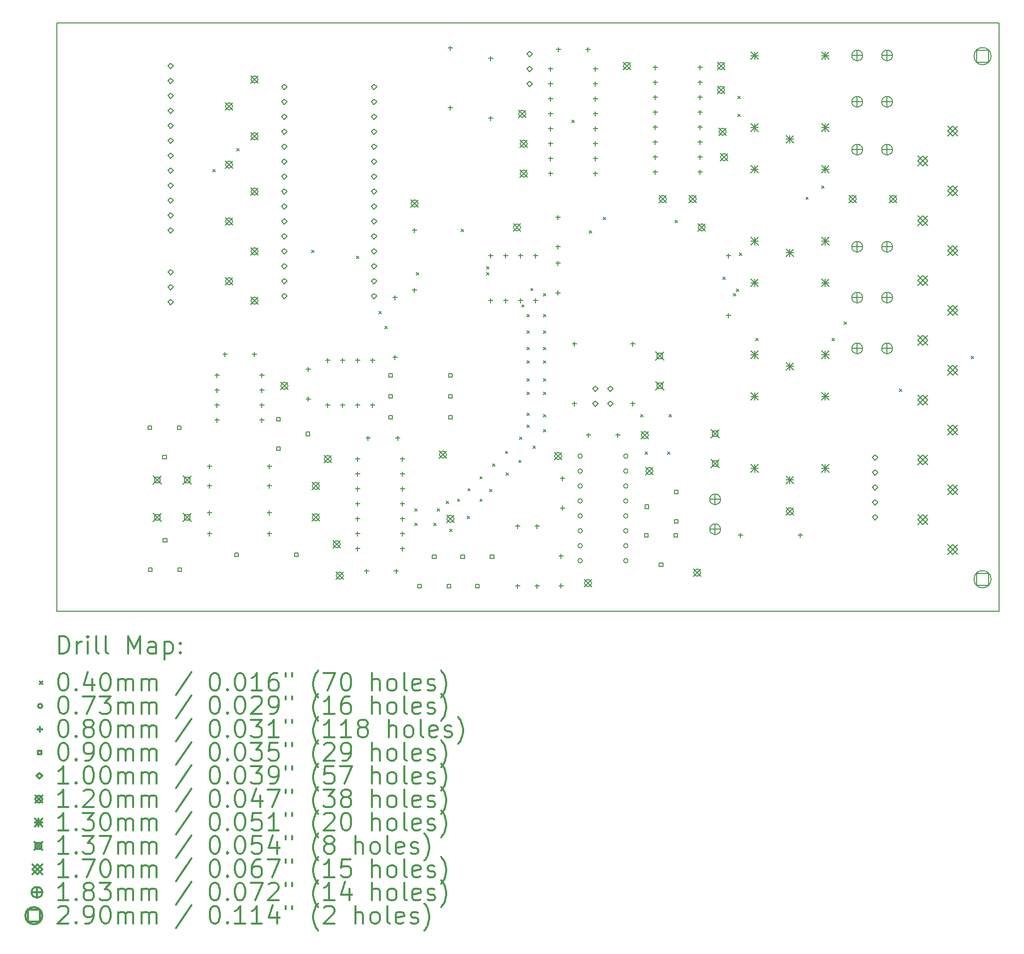
<source format=gbr>
%FSLAX45Y45*%
G04 Gerber Fmt 4.5, Leading zero omitted, Abs format (unit mm)*
G04 Created by KiCad (PCBNEW (5.1.9)-1) date 2021-07-06 21:26:56*
%MOMM*%
%LPD*%
G01*
G04 APERTURE LIST*
%TA.AperFunction,Profile*%
%ADD10C,0.150000*%
%TD*%
%ADD11C,0.200000*%
%ADD12C,0.300000*%
G04 APERTURE END LIST*
D10*
X8780800Y-5308600D02*
X8780800Y-15308600D01*
X24780800Y-5308600D02*
X8780800Y-5308600D01*
X24780800Y-15308600D02*
X24780800Y-5308600D01*
X8780800Y-15308600D02*
X24780800Y-15308600D01*
D11*
X11427800Y-7795600D02*
X11467800Y-7835600D01*
X11467800Y-7795600D02*
X11427800Y-7835600D01*
X11427800Y-7795600D02*
X11467800Y-7835600D01*
X11467800Y-7795600D02*
X11427800Y-7835600D01*
X11834200Y-7440000D02*
X11874200Y-7480000D01*
X11874200Y-7440000D02*
X11834200Y-7480000D01*
X13104200Y-9167200D02*
X13144200Y-9207200D01*
X13144200Y-9167200D02*
X13104200Y-9207200D01*
X13866200Y-9268800D02*
X13906200Y-9308800D01*
X13906200Y-9268800D02*
X13866200Y-9308800D01*
X14247200Y-10208600D02*
X14287200Y-10248600D01*
X14287200Y-10208600D02*
X14247200Y-10248600D01*
X14348800Y-10462600D02*
X14388800Y-10502600D01*
X14388800Y-10462600D02*
X14348800Y-10502600D01*
X14856800Y-13561400D02*
X14896800Y-13601400D01*
X14896800Y-13561400D02*
X14856800Y-13601400D01*
X14856800Y-13808801D02*
X14896800Y-13848801D01*
X14896800Y-13808801D02*
X14856800Y-13848801D01*
X14882200Y-9548200D02*
X14922200Y-9588200D01*
X14922200Y-9548200D02*
X14882200Y-9588200D01*
X15180401Y-13808801D02*
X15220401Y-13848801D01*
X15220401Y-13808801D02*
X15180401Y-13848801D01*
X15237800Y-13561400D02*
X15277800Y-13601400D01*
X15277800Y-13561400D02*
X15237800Y-13601400D01*
X15390200Y-13434400D02*
X15430200Y-13474400D01*
X15430200Y-13434400D02*
X15390200Y-13474400D01*
X15449200Y-13908800D02*
X15489200Y-13948800D01*
X15489200Y-13908800D02*
X15449200Y-13948800D01*
X15580700Y-13396300D02*
X15620700Y-13436300D01*
X15620700Y-13396300D02*
X15580700Y-13436300D01*
X15644200Y-8811600D02*
X15684200Y-8851600D01*
X15684200Y-8811600D02*
X15644200Y-8851600D01*
X15745800Y-13688400D02*
X15785800Y-13728400D01*
X15785800Y-13688400D02*
X15745800Y-13728400D01*
X15758500Y-13218500D02*
X15798500Y-13258500D01*
X15798500Y-13218500D02*
X15758500Y-13258500D01*
X15961700Y-13015300D02*
X16001700Y-13055300D01*
X16001700Y-13015300D02*
X15961700Y-13055300D01*
X15961700Y-13396300D02*
X16001700Y-13436300D01*
X16001700Y-13396300D02*
X15961700Y-13436300D01*
X16075023Y-9445623D02*
X16115023Y-9485623D01*
X16115023Y-9445623D02*
X16075023Y-9485623D01*
X16076000Y-9548200D02*
X16116000Y-9588200D01*
X16116000Y-9548200D02*
X16076000Y-9588200D01*
X16076000Y-9548200D02*
X16116000Y-9588200D01*
X16116000Y-9548200D02*
X16076000Y-9588200D01*
X16126800Y-13231200D02*
X16166800Y-13271200D01*
X16166800Y-13231200D02*
X16126800Y-13271200D01*
X16177600Y-12799400D02*
X16217600Y-12839400D01*
X16217600Y-12799400D02*
X16177600Y-12839400D01*
X16393500Y-12583500D02*
X16433500Y-12623500D01*
X16433500Y-12583500D02*
X16393500Y-12623500D01*
X16406200Y-12951800D02*
X16446200Y-12991800D01*
X16446200Y-12951800D02*
X16406200Y-12991800D01*
X16622100Y-12735900D02*
X16662100Y-12775900D01*
X16662100Y-12735900D02*
X16622100Y-12775900D01*
X16634800Y-12342200D02*
X16674800Y-12382200D01*
X16674800Y-12342200D02*
X16634800Y-12382200D01*
X16672900Y-10094300D02*
X16712900Y-10134300D01*
X16712900Y-10094300D02*
X16672900Y-10134300D01*
X16761800Y-10259400D02*
X16801800Y-10299400D01*
X16801800Y-10259400D02*
X16761800Y-10299400D01*
X16761800Y-10538800D02*
X16801800Y-10578800D01*
X16801800Y-10538800D02*
X16761800Y-10578800D01*
X16761800Y-10818200D02*
X16801800Y-10858200D01*
X16801800Y-10818200D02*
X16761800Y-10858200D01*
X16761800Y-11046800D02*
X16801800Y-11086800D01*
X16801800Y-11046800D02*
X16761800Y-11086800D01*
X16761800Y-11351600D02*
X16801800Y-11391600D01*
X16801800Y-11351600D02*
X16761800Y-11391600D01*
X16761800Y-11580200D02*
X16801800Y-11620200D01*
X16801800Y-11580200D02*
X16761800Y-11620200D01*
X16761800Y-11935800D02*
X16801800Y-11975800D01*
X16801800Y-11935800D02*
X16761800Y-11975800D01*
X16761800Y-12139000D02*
X16801800Y-12179000D01*
X16801800Y-12139000D02*
X16761800Y-12179000D01*
X16826668Y-9815399D02*
X16866668Y-9855399D01*
X16866668Y-9815399D02*
X16826668Y-9855399D01*
X16863400Y-12494600D02*
X16903400Y-12534600D01*
X16903400Y-12494600D02*
X16863400Y-12534600D01*
X17038801Y-9903268D02*
X17078801Y-9943268D01*
X17078801Y-9903268D02*
X17038801Y-9943268D01*
X17041200Y-10259400D02*
X17081200Y-10299400D01*
X17081200Y-10259400D02*
X17041200Y-10299400D01*
X17041200Y-10538800D02*
X17081200Y-10578800D01*
X17081200Y-10538800D02*
X17041200Y-10578800D01*
X17041200Y-10818200D02*
X17081200Y-10858200D01*
X17081200Y-10818200D02*
X17041200Y-10858200D01*
X17041200Y-11046800D02*
X17081200Y-11086800D01*
X17081200Y-11046800D02*
X17041200Y-11086800D01*
X17041200Y-11351600D02*
X17081200Y-11391600D01*
X17081200Y-11351600D02*
X17041200Y-11391600D01*
X17041200Y-11580200D02*
X17081200Y-11620200D01*
X17081200Y-11580200D02*
X17041200Y-11620200D01*
X17041200Y-11961200D02*
X17081200Y-12001200D01*
X17081200Y-11961200D02*
X17041200Y-12001200D01*
X17041200Y-12215200D02*
X17081200Y-12255200D01*
X17081200Y-12215200D02*
X17041200Y-12255200D01*
X17521801Y-6955401D02*
X17561801Y-6995401D01*
X17561801Y-6955401D02*
X17521801Y-6995401D01*
X17818000Y-8835800D02*
X17858000Y-8875800D01*
X17858000Y-8835800D02*
X17818000Y-8875800D01*
X18057200Y-8608400D02*
X18097200Y-8648400D01*
X18097200Y-8608400D02*
X18057200Y-8648400D01*
X18692200Y-11961200D02*
X18732200Y-12001200D01*
X18732200Y-11961200D02*
X18692200Y-12001200D01*
X18768400Y-12596200D02*
X18808400Y-12636200D01*
X18808400Y-12596200D02*
X18768400Y-12636200D01*
X19149400Y-12596200D02*
X19189400Y-12636200D01*
X19189400Y-12596200D02*
X19149400Y-12636200D01*
X19174800Y-11961200D02*
X19214800Y-12001200D01*
X19214800Y-11961200D02*
X19174800Y-12001200D01*
X19276400Y-8659200D02*
X19316400Y-8699200D01*
X19316400Y-8659200D02*
X19276400Y-8699200D01*
X20089200Y-9624400D02*
X20129200Y-9664400D01*
X20129200Y-9624400D02*
X20089200Y-9664400D01*
X20267000Y-9903800D02*
X20307000Y-9943800D01*
X20307000Y-9903800D02*
X20267000Y-9943800D01*
X20317800Y-9827600D02*
X20357800Y-9867600D01*
X20357800Y-9827600D02*
X20317800Y-9867600D01*
X20343200Y-6551000D02*
X20383200Y-6591000D01*
X20383200Y-6551000D02*
X20343200Y-6591000D01*
X20343200Y-6855800D02*
X20383200Y-6895800D01*
X20383200Y-6855800D02*
X20343200Y-6895800D01*
X20368600Y-9218000D02*
X20408600Y-9258000D01*
X20408600Y-9218000D02*
X20368600Y-9258000D01*
X20650550Y-10668350D02*
X20690550Y-10708350D01*
X20690550Y-10668350D02*
X20650550Y-10708350D01*
X21498900Y-8265500D02*
X21538900Y-8305500D01*
X21538900Y-8265500D02*
X21498900Y-8305500D01*
X21765600Y-8075000D02*
X21805600Y-8115000D01*
X21805600Y-8075000D02*
X21765600Y-8115000D01*
X21943400Y-10665800D02*
X21983400Y-10705800D01*
X21983400Y-10665800D02*
X21943400Y-10705800D01*
X22146600Y-10386400D02*
X22186600Y-10426400D01*
X22186600Y-10386400D02*
X22146600Y-10426400D01*
X23086400Y-11529400D02*
X23126400Y-11569400D01*
X23126400Y-11529400D02*
X23086400Y-11569400D01*
X24305600Y-10970600D02*
X24345600Y-11010600D01*
X24345600Y-10970600D02*
X24305600Y-11010600D01*
X17701100Y-12667000D02*
G75*
G03*
X17701100Y-12667000I-36500J0D01*
G01*
X17701100Y-12921000D02*
G75*
G03*
X17701100Y-12921000I-36500J0D01*
G01*
X17701100Y-13175000D02*
G75*
G03*
X17701100Y-13175000I-36500J0D01*
G01*
X17701100Y-13429000D02*
G75*
G03*
X17701100Y-13429000I-36500J0D01*
G01*
X17701100Y-13683000D02*
G75*
G03*
X17701100Y-13683000I-36500J0D01*
G01*
X17701100Y-13937000D02*
G75*
G03*
X17701100Y-13937000I-36500J0D01*
G01*
X17701100Y-14191000D02*
G75*
G03*
X17701100Y-14191000I-36500J0D01*
G01*
X17701100Y-14445000D02*
G75*
G03*
X17701100Y-14445000I-36500J0D01*
G01*
X18475500Y-12667000D02*
G75*
G03*
X18475500Y-12667000I-36500J0D01*
G01*
X18475500Y-12921000D02*
G75*
G03*
X18475500Y-12921000I-36500J0D01*
G01*
X18475500Y-13175000D02*
G75*
G03*
X18475500Y-13175000I-36500J0D01*
G01*
X18475500Y-13429000D02*
G75*
G03*
X18475500Y-13429000I-36500J0D01*
G01*
X18475500Y-13683000D02*
G75*
G03*
X18475500Y-13683000I-36500J0D01*
G01*
X18475500Y-13937000D02*
G75*
G03*
X18475500Y-13937000I-36500J0D01*
G01*
X18475500Y-14191000D02*
G75*
G03*
X18475500Y-14191000I-36500J0D01*
G01*
X18475500Y-14445000D02*
G75*
G03*
X18475500Y-14445000I-36500J0D01*
G01*
X11371600Y-12804800D02*
X11371600Y-12884800D01*
X11331600Y-12844800D02*
X11411600Y-12844800D01*
X11371600Y-13135000D02*
X11371600Y-13215000D01*
X11331600Y-13175000D02*
X11411600Y-13175000D01*
X11371600Y-13592200D02*
X11371600Y-13672200D01*
X11331600Y-13632200D02*
X11411600Y-13632200D01*
X11371600Y-13947800D02*
X11371600Y-14027800D01*
X11331600Y-13987800D02*
X11411600Y-13987800D01*
X11498600Y-11255400D02*
X11498600Y-11335400D01*
X11458600Y-11295400D02*
X11538600Y-11295400D01*
X11498600Y-11509400D02*
X11498600Y-11589400D01*
X11458600Y-11549400D02*
X11538600Y-11549400D01*
X11498600Y-11763400D02*
X11498600Y-11843400D01*
X11458600Y-11803400D02*
X11538600Y-11803400D01*
X11498600Y-12017400D02*
X11498600Y-12097400D01*
X11458600Y-12057400D02*
X11538600Y-12057400D01*
X11633600Y-10899800D02*
X11633600Y-10979800D01*
X11593600Y-10939800D02*
X11673600Y-10939800D01*
X12133600Y-10899800D02*
X12133600Y-10979800D01*
X12093600Y-10939800D02*
X12173600Y-10939800D01*
X12260600Y-11255400D02*
X12260600Y-11335400D01*
X12220600Y-11295400D02*
X12300600Y-11295400D01*
X12260600Y-11509400D02*
X12260600Y-11589400D01*
X12220600Y-11549400D02*
X12300600Y-11549400D01*
X12260600Y-11763400D02*
X12260600Y-11843400D01*
X12220600Y-11803400D02*
X12300600Y-11803400D01*
X12260600Y-12017400D02*
X12260600Y-12097400D01*
X12220600Y-12057400D02*
X12300600Y-12057400D01*
X12387600Y-12804800D02*
X12387600Y-12884800D01*
X12347600Y-12844800D02*
X12427600Y-12844800D01*
X12387600Y-13135000D02*
X12387600Y-13215000D01*
X12347600Y-13175000D02*
X12427600Y-13175000D01*
X12387600Y-13592200D02*
X12387600Y-13672200D01*
X12347600Y-13632200D02*
X12427600Y-13632200D01*
X12387600Y-13947800D02*
X12387600Y-14027800D01*
X12347600Y-13987800D02*
X12427600Y-13987800D01*
X13048000Y-11153800D02*
X13048000Y-11233800D01*
X13008000Y-11193800D02*
X13088000Y-11193800D01*
X13048000Y-11653800D02*
X13048000Y-11733800D01*
X13008000Y-11693800D02*
X13088000Y-11693800D01*
X13378200Y-11001400D02*
X13378200Y-11081400D01*
X13338200Y-11041400D02*
X13418200Y-11041400D01*
X13378200Y-11763400D02*
X13378200Y-11843400D01*
X13338200Y-11803400D02*
X13418200Y-11803400D01*
X13632200Y-11001400D02*
X13632200Y-11081400D01*
X13592200Y-11041400D02*
X13672200Y-11041400D01*
X13632200Y-11763400D02*
X13632200Y-11843400D01*
X13592200Y-11803400D02*
X13672200Y-11803400D01*
X13886200Y-11001400D02*
X13886200Y-11081400D01*
X13846200Y-11041400D02*
X13926200Y-11041400D01*
X13886200Y-11763400D02*
X13886200Y-11843400D01*
X13846200Y-11803400D02*
X13926200Y-11803400D01*
X13886200Y-12677800D02*
X13886200Y-12757800D01*
X13846200Y-12717800D02*
X13926200Y-12717800D01*
X13886200Y-12931800D02*
X13886200Y-13011800D01*
X13846200Y-12971800D02*
X13926200Y-12971800D01*
X13886200Y-13185800D02*
X13886200Y-13265800D01*
X13846200Y-13225800D02*
X13926200Y-13225800D01*
X13886200Y-13439800D02*
X13886200Y-13519800D01*
X13846200Y-13479800D02*
X13926200Y-13479800D01*
X13886200Y-13693800D02*
X13886200Y-13773800D01*
X13846200Y-13733800D02*
X13926200Y-13733800D01*
X13886200Y-13947800D02*
X13886200Y-14027800D01*
X13846200Y-13987800D02*
X13926200Y-13987800D01*
X13886200Y-14201800D02*
X13886200Y-14281800D01*
X13846200Y-14241800D02*
X13926200Y-14241800D01*
X14038600Y-14582800D02*
X14038600Y-14662800D01*
X13998600Y-14622800D02*
X14078600Y-14622800D01*
X14064000Y-12322200D02*
X14064000Y-12402200D01*
X14024000Y-12362200D02*
X14104000Y-12362200D01*
X14140200Y-11001400D02*
X14140200Y-11081400D01*
X14100200Y-11041400D02*
X14180200Y-11041400D01*
X14140200Y-11763400D02*
X14140200Y-11843400D01*
X14100200Y-11803400D02*
X14180200Y-11803400D01*
X14521200Y-9934600D02*
X14521200Y-10014600D01*
X14481200Y-9974600D02*
X14561200Y-9974600D01*
X14521200Y-10950600D02*
X14521200Y-11030600D01*
X14481200Y-10990600D02*
X14561200Y-10990600D01*
X14538600Y-14582800D02*
X14538600Y-14662800D01*
X14498600Y-14622800D02*
X14578600Y-14622800D01*
X14564000Y-12322200D02*
X14564000Y-12402200D01*
X14524000Y-12362200D02*
X14604000Y-12362200D01*
X14648200Y-12677800D02*
X14648200Y-12757800D01*
X14608200Y-12717800D02*
X14688200Y-12717800D01*
X14648200Y-12931800D02*
X14648200Y-13011800D01*
X14608200Y-12971800D02*
X14688200Y-12971800D01*
X14648200Y-13185800D02*
X14648200Y-13265800D01*
X14608200Y-13225800D02*
X14688200Y-13225800D01*
X14648200Y-13439800D02*
X14648200Y-13519800D01*
X14608200Y-13479800D02*
X14688200Y-13479800D01*
X14648200Y-13693800D02*
X14648200Y-13773800D01*
X14608200Y-13733800D02*
X14688200Y-13733800D01*
X14648200Y-13947800D02*
X14648200Y-14027800D01*
X14608200Y-13987800D02*
X14688200Y-13987800D01*
X14648200Y-14201800D02*
X14648200Y-14281800D01*
X14608200Y-14241800D02*
X14688200Y-14241800D01*
X14851400Y-8791600D02*
X14851400Y-8871600D01*
X14811400Y-8831600D02*
X14891400Y-8831600D01*
X14851400Y-9807600D02*
X14851400Y-9887600D01*
X14811400Y-9847600D02*
X14891400Y-9847600D01*
X15461000Y-5692800D02*
X15461000Y-5772800D01*
X15421000Y-5732800D02*
X15501000Y-5732800D01*
X15461000Y-6708800D02*
X15461000Y-6788800D01*
X15421000Y-6748800D02*
X15501000Y-6748800D01*
X16146800Y-5870600D02*
X16146800Y-5950600D01*
X16106800Y-5910600D02*
X16186800Y-5910600D01*
X16146800Y-6886600D02*
X16146800Y-6966600D01*
X16106800Y-6926600D02*
X16186800Y-6926600D01*
X16146800Y-9223400D02*
X16146800Y-9303400D01*
X16106800Y-9263400D02*
X16186800Y-9263400D01*
X16146800Y-9985400D02*
X16146800Y-10065400D01*
X16106800Y-10025400D02*
X16186800Y-10025400D01*
X16400800Y-9223400D02*
X16400800Y-9303400D01*
X16360800Y-9263400D02*
X16440800Y-9263400D01*
X16400800Y-9985400D02*
X16400800Y-10065400D01*
X16360800Y-10025400D02*
X16440800Y-10025400D01*
X16604000Y-13820800D02*
X16604000Y-13900800D01*
X16564000Y-13860800D02*
X16644000Y-13860800D01*
X16604000Y-14836800D02*
X16604000Y-14916800D01*
X16564000Y-14876800D02*
X16644000Y-14876800D01*
X16654800Y-9223400D02*
X16654800Y-9303400D01*
X16614800Y-9263400D02*
X16694800Y-9263400D01*
X16654800Y-9985400D02*
X16654800Y-10065400D01*
X16614800Y-10025400D02*
X16694800Y-10025400D01*
X16908800Y-9223400D02*
X16908800Y-9303400D01*
X16868800Y-9263400D02*
X16948800Y-9263400D01*
X16908800Y-9985400D02*
X16908800Y-10065400D01*
X16868800Y-10025400D02*
X16948800Y-10025400D01*
X16934200Y-13820800D02*
X16934200Y-13900800D01*
X16894200Y-13860800D02*
X16974200Y-13860800D01*
X16934200Y-14836800D02*
X16934200Y-14916800D01*
X16894200Y-14876800D02*
X16974200Y-14876800D01*
X17162800Y-6048400D02*
X17162800Y-6128400D01*
X17122800Y-6088400D02*
X17202800Y-6088400D01*
X17162800Y-6302400D02*
X17162800Y-6382400D01*
X17122800Y-6342400D02*
X17202800Y-6342400D01*
X17162800Y-6556400D02*
X17162800Y-6636400D01*
X17122800Y-6596400D02*
X17202800Y-6596400D01*
X17162800Y-6810400D02*
X17162800Y-6890400D01*
X17122800Y-6850400D02*
X17202800Y-6850400D01*
X17162800Y-7064400D02*
X17162800Y-7144400D01*
X17122800Y-7104400D02*
X17202800Y-7104400D01*
X17162800Y-7318400D02*
X17162800Y-7398400D01*
X17122800Y-7358400D02*
X17202800Y-7358400D01*
X17162800Y-7572400D02*
X17162800Y-7652400D01*
X17122800Y-7612400D02*
X17202800Y-7612400D01*
X17162800Y-7826400D02*
X17162800Y-7906400D01*
X17122800Y-7866400D02*
X17202800Y-7866400D01*
X17289800Y-8571000D02*
X17289800Y-8651000D01*
X17249800Y-8611000D02*
X17329800Y-8611000D01*
X17289800Y-9071000D02*
X17289800Y-9151000D01*
X17249800Y-9111000D02*
X17329800Y-9111000D01*
X17289800Y-9350400D02*
X17289800Y-9430400D01*
X17249800Y-9390400D02*
X17329800Y-9390400D01*
X17289800Y-9850400D02*
X17289800Y-9930400D01*
X17249800Y-9890400D02*
X17329800Y-9890400D01*
X17297800Y-5718200D02*
X17297800Y-5798200D01*
X17257800Y-5758200D02*
X17337800Y-5758200D01*
X17340600Y-14328800D02*
X17340600Y-14408800D01*
X17300600Y-14368800D02*
X17380600Y-14368800D01*
X17340600Y-14828800D02*
X17340600Y-14908800D01*
X17300600Y-14868800D02*
X17380600Y-14868800D01*
X17366000Y-13008000D02*
X17366000Y-13088000D01*
X17326000Y-13048000D02*
X17406000Y-13048000D01*
X17366000Y-13508000D02*
X17366000Y-13588000D01*
X17326000Y-13548000D02*
X17406000Y-13548000D01*
X17569200Y-10722000D02*
X17569200Y-10802000D01*
X17529200Y-10762000D02*
X17609200Y-10762000D01*
X17569200Y-11738000D02*
X17569200Y-11818000D01*
X17529200Y-11778000D02*
X17609200Y-11778000D01*
X17797800Y-5718200D02*
X17797800Y-5798200D01*
X17757800Y-5758200D02*
X17837800Y-5758200D01*
X17805800Y-12271400D02*
X17805800Y-12351400D01*
X17765800Y-12311400D02*
X17845800Y-12311400D01*
X17924800Y-6048400D02*
X17924800Y-6128400D01*
X17884800Y-6088400D02*
X17964800Y-6088400D01*
X17924800Y-6302400D02*
X17924800Y-6382400D01*
X17884800Y-6342400D02*
X17964800Y-6342400D01*
X17924800Y-6556400D02*
X17924800Y-6636400D01*
X17884800Y-6596400D02*
X17964800Y-6596400D01*
X17924800Y-6810400D02*
X17924800Y-6890400D01*
X17884800Y-6850400D02*
X17964800Y-6850400D01*
X17924800Y-7064400D02*
X17924800Y-7144400D01*
X17884800Y-7104400D02*
X17964800Y-7104400D01*
X17924800Y-7318400D02*
X17924800Y-7398400D01*
X17884800Y-7358400D02*
X17964800Y-7358400D01*
X17924800Y-7572400D02*
X17924800Y-7652400D01*
X17884800Y-7612400D02*
X17964800Y-7612400D01*
X17924800Y-7826400D02*
X17924800Y-7906400D01*
X17884800Y-7866400D02*
X17964800Y-7866400D01*
X18305800Y-12271400D02*
X18305800Y-12351400D01*
X18265800Y-12311400D02*
X18345800Y-12311400D01*
X18559800Y-10722000D02*
X18559800Y-10802000D01*
X18519800Y-10762000D02*
X18599800Y-10762000D01*
X18559800Y-11738000D02*
X18559800Y-11818000D01*
X18519800Y-11778000D02*
X18599800Y-11778000D01*
X18940800Y-6023000D02*
X18940800Y-6103000D01*
X18900800Y-6063000D02*
X18980800Y-6063000D01*
X18940800Y-6277000D02*
X18940800Y-6357000D01*
X18900800Y-6317000D02*
X18980800Y-6317000D01*
X18940800Y-6531000D02*
X18940800Y-6611000D01*
X18900800Y-6571000D02*
X18980800Y-6571000D01*
X18940800Y-6785000D02*
X18940800Y-6865000D01*
X18900800Y-6825000D02*
X18980800Y-6825000D01*
X18940800Y-7039000D02*
X18940800Y-7119000D01*
X18900800Y-7079000D02*
X18980800Y-7079000D01*
X18940800Y-7293000D02*
X18940800Y-7373000D01*
X18900800Y-7333000D02*
X18980800Y-7333000D01*
X18940800Y-7547000D02*
X18940800Y-7627000D01*
X18900800Y-7587000D02*
X18980800Y-7587000D01*
X18940800Y-7801000D02*
X18940800Y-7881000D01*
X18900800Y-7841000D02*
X18980800Y-7841000D01*
X19702800Y-6023000D02*
X19702800Y-6103000D01*
X19662800Y-6063000D02*
X19742800Y-6063000D01*
X19702800Y-6277000D02*
X19702800Y-6357000D01*
X19662800Y-6317000D02*
X19742800Y-6317000D01*
X19702800Y-6531000D02*
X19702800Y-6611000D01*
X19662800Y-6571000D02*
X19742800Y-6571000D01*
X19702800Y-6785000D02*
X19702800Y-6865000D01*
X19662800Y-6825000D02*
X19742800Y-6825000D01*
X19702800Y-7039000D02*
X19702800Y-7119000D01*
X19662800Y-7079000D02*
X19742800Y-7079000D01*
X19702800Y-7293000D02*
X19702800Y-7373000D01*
X19662800Y-7333000D02*
X19742800Y-7333000D01*
X19702800Y-7547000D02*
X19702800Y-7627000D01*
X19662800Y-7587000D02*
X19742800Y-7587000D01*
X19702800Y-7801000D02*
X19702800Y-7881000D01*
X19662800Y-7841000D02*
X19742800Y-7841000D01*
X20185400Y-9223400D02*
X20185400Y-9303400D01*
X20145400Y-9263400D02*
X20225400Y-9263400D01*
X20185400Y-10239400D02*
X20185400Y-10319400D01*
X20145400Y-10279400D02*
X20225400Y-10279400D01*
X20388600Y-13973200D02*
X20388600Y-14053200D01*
X20348600Y-14013200D02*
X20428600Y-14013200D01*
X21404600Y-13973200D02*
X21404600Y-14053200D01*
X21364600Y-14013200D02*
X21444600Y-14013200D01*
X10387420Y-12216220D02*
X10387420Y-12152580D01*
X10323780Y-12152580D01*
X10323780Y-12216220D01*
X10387420Y-12216220D01*
X10395420Y-14629220D02*
X10395420Y-14565580D01*
X10331780Y-14565580D01*
X10331780Y-14629220D01*
X10395420Y-14629220D01*
X10637420Y-12716220D02*
X10637420Y-12652580D01*
X10573780Y-12652580D01*
X10573780Y-12716220D01*
X10637420Y-12716220D01*
X10645420Y-14129220D02*
X10645420Y-14065580D01*
X10581780Y-14065580D01*
X10581780Y-14129220D01*
X10645420Y-14129220D01*
X10887420Y-12216220D02*
X10887420Y-12152580D01*
X10823780Y-12152580D01*
X10823780Y-12216220D01*
X10887420Y-12216220D01*
X10895420Y-14629220D02*
X10895420Y-14565580D01*
X10831780Y-14565580D01*
X10831780Y-14629220D01*
X10895420Y-14629220D01*
X11860620Y-14375220D02*
X11860620Y-14311580D01*
X11796980Y-14311580D01*
X11796980Y-14375220D01*
X11860620Y-14375220D01*
X12571820Y-12071820D02*
X12571820Y-12008180D01*
X12508180Y-12008180D01*
X12508180Y-12071820D01*
X12571820Y-12071820D01*
X12571820Y-12571820D02*
X12571820Y-12508180D01*
X12508180Y-12508180D01*
X12508180Y-12571820D01*
X12571820Y-12571820D01*
X12876620Y-14375220D02*
X12876620Y-14311580D01*
X12812980Y-14311580D01*
X12812980Y-14375220D01*
X12876620Y-14375220D01*
X13071820Y-12321820D02*
X13071820Y-12258180D01*
X13008180Y-12258180D01*
X13008180Y-12321820D01*
X13071820Y-12321820D01*
X14476820Y-11327220D02*
X14476820Y-11263580D01*
X14413180Y-11263580D01*
X14413180Y-11327220D01*
X14476820Y-11327220D01*
X14476820Y-11682820D02*
X14476820Y-11619180D01*
X14413180Y-11619180D01*
X14413180Y-11682820D01*
X14476820Y-11682820D01*
X14476820Y-12038420D02*
X14476820Y-11974780D01*
X14413180Y-11974780D01*
X14413180Y-12038420D01*
X14476820Y-12038420D01*
X14967420Y-14908620D02*
X14967420Y-14844980D01*
X14903780Y-14844980D01*
X14903780Y-14908620D01*
X14967420Y-14908620D01*
X15217420Y-14408620D02*
X15217420Y-14344980D01*
X15153780Y-14344980D01*
X15153780Y-14408620D01*
X15217420Y-14408620D01*
X15467420Y-14908620D02*
X15467420Y-14844980D01*
X15403780Y-14844980D01*
X15403780Y-14908620D01*
X15467420Y-14908620D01*
X15492820Y-11327220D02*
X15492820Y-11263580D01*
X15429180Y-11263580D01*
X15429180Y-11327220D01*
X15492820Y-11327220D01*
X15492820Y-11682820D02*
X15492820Y-11619180D01*
X15429180Y-11619180D01*
X15429180Y-11682820D01*
X15492820Y-11682820D01*
X15492820Y-12038420D02*
X15492820Y-11974780D01*
X15429180Y-11974780D01*
X15429180Y-12038420D01*
X15492820Y-12038420D01*
X15698560Y-14410780D02*
X15698560Y-14347140D01*
X15634920Y-14347140D01*
X15634920Y-14410780D01*
X15698560Y-14410780D01*
X15948560Y-14910780D02*
X15948560Y-14847140D01*
X15884920Y-14847140D01*
X15884920Y-14910780D01*
X15948560Y-14910780D01*
X16198560Y-14410780D02*
X16198560Y-14347140D01*
X16134920Y-14347140D01*
X16134920Y-14410780D01*
X16198560Y-14410780D01*
X18820220Y-14045020D02*
X18820220Y-13981380D01*
X18756580Y-13981380D01*
X18756580Y-14045020D01*
X18820220Y-14045020D01*
X18828220Y-13558420D02*
X18828220Y-13494780D01*
X18764580Y-13494780D01*
X18764580Y-13558420D01*
X18828220Y-13558420D01*
X19070220Y-14545020D02*
X19070220Y-14481380D01*
X19006580Y-14481380D01*
X19006580Y-14545020D01*
X19070220Y-14545020D01*
X19320220Y-14045020D02*
X19320220Y-13981380D01*
X19256580Y-13981380D01*
X19256580Y-14045020D01*
X19320220Y-14045020D01*
X19328220Y-13308420D02*
X19328220Y-13244780D01*
X19264580Y-13244780D01*
X19264580Y-13308420D01*
X19328220Y-13308420D01*
X19328220Y-13808420D02*
X19328220Y-13744780D01*
X19264580Y-13744780D01*
X19264580Y-13808420D01*
X19328220Y-13808420D01*
X10711200Y-6087600D02*
X10761200Y-6037600D01*
X10711200Y-5987600D01*
X10661200Y-6037600D01*
X10711200Y-6087600D01*
X10711200Y-6341600D02*
X10761200Y-6291600D01*
X10711200Y-6241600D01*
X10661200Y-6291600D01*
X10711200Y-6341600D01*
X10711200Y-6595600D02*
X10761200Y-6545600D01*
X10711200Y-6495600D01*
X10661200Y-6545600D01*
X10711200Y-6595600D01*
X10711200Y-6849600D02*
X10761200Y-6799600D01*
X10711200Y-6749600D01*
X10661200Y-6799600D01*
X10711200Y-6849600D01*
X10711200Y-7103600D02*
X10761200Y-7053600D01*
X10711200Y-7003600D01*
X10661200Y-7053600D01*
X10711200Y-7103600D01*
X10711200Y-7357600D02*
X10761200Y-7307600D01*
X10711200Y-7257600D01*
X10661200Y-7307600D01*
X10711200Y-7357600D01*
X10711200Y-7611600D02*
X10761200Y-7561600D01*
X10711200Y-7511600D01*
X10661200Y-7561600D01*
X10711200Y-7611600D01*
X10711200Y-7865600D02*
X10761200Y-7815600D01*
X10711200Y-7765600D01*
X10661200Y-7815600D01*
X10711200Y-7865600D01*
X10711200Y-8119600D02*
X10761200Y-8069600D01*
X10711200Y-8019600D01*
X10661200Y-8069600D01*
X10711200Y-8119600D01*
X10711200Y-8373600D02*
X10761200Y-8323600D01*
X10711200Y-8273600D01*
X10661200Y-8323600D01*
X10711200Y-8373600D01*
X10711200Y-8627600D02*
X10761200Y-8577600D01*
X10711200Y-8527600D01*
X10661200Y-8577600D01*
X10711200Y-8627600D01*
X10711200Y-8881600D02*
X10761200Y-8831600D01*
X10711200Y-8781600D01*
X10661200Y-8831600D01*
X10711200Y-8881600D01*
X10711200Y-9592800D02*
X10761200Y-9542800D01*
X10711200Y-9492800D01*
X10661200Y-9542800D01*
X10711200Y-9592800D01*
X10711200Y-9846800D02*
X10761200Y-9796800D01*
X10711200Y-9746800D01*
X10661200Y-9796800D01*
X10711200Y-9846800D01*
X10711200Y-10100800D02*
X10761200Y-10050800D01*
X10711200Y-10000800D01*
X10661200Y-10050800D01*
X10711200Y-10100800D01*
X12641600Y-6443200D02*
X12691600Y-6393200D01*
X12641600Y-6343200D01*
X12591600Y-6393200D01*
X12641600Y-6443200D01*
X12641600Y-6697200D02*
X12691600Y-6647200D01*
X12641600Y-6597200D01*
X12591600Y-6647200D01*
X12641600Y-6697200D01*
X12641600Y-6951200D02*
X12691600Y-6901200D01*
X12641600Y-6851200D01*
X12591600Y-6901200D01*
X12641600Y-6951200D01*
X12641600Y-7205200D02*
X12691600Y-7155200D01*
X12641600Y-7105200D01*
X12591600Y-7155200D01*
X12641600Y-7205200D01*
X12641600Y-7459200D02*
X12691600Y-7409200D01*
X12641600Y-7359200D01*
X12591600Y-7409200D01*
X12641600Y-7459200D01*
X12641600Y-7713200D02*
X12691600Y-7663200D01*
X12641600Y-7613200D01*
X12591600Y-7663200D01*
X12641600Y-7713200D01*
X12641600Y-7967200D02*
X12691600Y-7917200D01*
X12641600Y-7867200D01*
X12591600Y-7917200D01*
X12641600Y-7967200D01*
X12641600Y-8221200D02*
X12691600Y-8171200D01*
X12641600Y-8121200D01*
X12591600Y-8171200D01*
X12641600Y-8221200D01*
X12641600Y-8475200D02*
X12691600Y-8425200D01*
X12641600Y-8375200D01*
X12591600Y-8425200D01*
X12641600Y-8475200D01*
X12641600Y-8729200D02*
X12691600Y-8679200D01*
X12641600Y-8629200D01*
X12591600Y-8679200D01*
X12641600Y-8729200D01*
X12641600Y-8983200D02*
X12691600Y-8933200D01*
X12641600Y-8883200D01*
X12591600Y-8933200D01*
X12641600Y-8983200D01*
X12641600Y-9237200D02*
X12691600Y-9187200D01*
X12641600Y-9137200D01*
X12591600Y-9187200D01*
X12641600Y-9237200D01*
X12641600Y-9491200D02*
X12691600Y-9441200D01*
X12641600Y-9391200D01*
X12591600Y-9441200D01*
X12641600Y-9491200D01*
X12641600Y-9745200D02*
X12691600Y-9695200D01*
X12641600Y-9645200D01*
X12591600Y-9695200D01*
X12641600Y-9745200D01*
X12641600Y-9999200D02*
X12691600Y-9949200D01*
X12641600Y-9899200D01*
X12591600Y-9949200D01*
X12641600Y-9999200D01*
X14165600Y-6443200D02*
X14215600Y-6393200D01*
X14165600Y-6343200D01*
X14115600Y-6393200D01*
X14165600Y-6443200D01*
X14165600Y-6697200D02*
X14215600Y-6647200D01*
X14165600Y-6597200D01*
X14115600Y-6647200D01*
X14165600Y-6697200D01*
X14165600Y-6951200D02*
X14215600Y-6901200D01*
X14165600Y-6851200D01*
X14115600Y-6901200D01*
X14165600Y-6951200D01*
X14165600Y-7205200D02*
X14215600Y-7155200D01*
X14165600Y-7105200D01*
X14115600Y-7155200D01*
X14165600Y-7205200D01*
X14165600Y-7459200D02*
X14215600Y-7409200D01*
X14165600Y-7359200D01*
X14115600Y-7409200D01*
X14165600Y-7459200D01*
X14165600Y-7713200D02*
X14215600Y-7663200D01*
X14165600Y-7613200D01*
X14115600Y-7663200D01*
X14165600Y-7713200D01*
X14165600Y-7967200D02*
X14215600Y-7917200D01*
X14165600Y-7867200D01*
X14115600Y-7917200D01*
X14165600Y-7967200D01*
X14165600Y-8221200D02*
X14215600Y-8171200D01*
X14165600Y-8121200D01*
X14115600Y-8171200D01*
X14165600Y-8221200D01*
X14165600Y-8475200D02*
X14215600Y-8425200D01*
X14165600Y-8375200D01*
X14115600Y-8425200D01*
X14165600Y-8475200D01*
X14165600Y-8729200D02*
X14215600Y-8679200D01*
X14165600Y-8629200D01*
X14115600Y-8679200D01*
X14165600Y-8729200D01*
X14165600Y-8983200D02*
X14215600Y-8933200D01*
X14165600Y-8883200D01*
X14115600Y-8933200D01*
X14165600Y-8983200D01*
X14165600Y-9237200D02*
X14215600Y-9187200D01*
X14165600Y-9137200D01*
X14115600Y-9187200D01*
X14165600Y-9237200D01*
X14165600Y-9491200D02*
X14215600Y-9441200D01*
X14165600Y-9391200D01*
X14115600Y-9441200D01*
X14165600Y-9491200D01*
X14165600Y-9745200D02*
X14215600Y-9695200D01*
X14165600Y-9645200D01*
X14115600Y-9695200D01*
X14165600Y-9745200D01*
X14165600Y-9999200D02*
X14215600Y-9949200D01*
X14165600Y-9899200D01*
X14115600Y-9949200D01*
X14165600Y-9999200D01*
X16807200Y-5884400D02*
X16857200Y-5834400D01*
X16807200Y-5784400D01*
X16757200Y-5834400D01*
X16807200Y-5884400D01*
X16807200Y-6138400D02*
X16857200Y-6088400D01*
X16807200Y-6038400D01*
X16757200Y-6088400D01*
X16807200Y-6138400D01*
X16807200Y-6392400D02*
X16857200Y-6342400D01*
X16807200Y-6292400D01*
X16757200Y-6342400D01*
X16807200Y-6392400D01*
X17924800Y-11574000D02*
X17974800Y-11524000D01*
X17924800Y-11474000D01*
X17874800Y-11524000D01*
X17924800Y-11574000D01*
X17924800Y-11828000D02*
X17974800Y-11778000D01*
X17924800Y-11728000D01*
X17874800Y-11778000D01*
X17924800Y-11828000D01*
X18178800Y-11574000D02*
X18228800Y-11524000D01*
X18178800Y-11474000D01*
X18128800Y-11524000D01*
X18178800Y-11574000D01*
X18178800Y-11828000D02*
X18228800Y-11778000D01*
X18178800Y-11728000D01*
X18128800Y-11778000D01*
X18178800Y-11828000D01*
X22674600Y-12742400D02*
X22724600Y-12692400D01*
X22674600Y-12642400D01*
X22624600Y-12692400D01*
X22674600Y-12742400D01*
X22674600Y-12996400D02*
X22724600Y-12946400D01*
X22674600Y-12896400D01*
X22624600Y-12946400D01*
X22674600Y-12996400D01*
X22674600Y-13250400D02*
X22724600Y-13200400D01*
X22674600Y-13150400D01*
X22624600Y-13200400D01*
X22674600Y-13250400D01*
X22674600Y-13504400D02*
X22724600Y-13454400D01*
X22674600Y-13404400D01*
X22624600Y-13454400D01*
X22674600Y-13504400D01*
X22674600Y-13758400D02*
X22724600Y-13708400D01*
X22674600Y-13658400D01*
X22624600Y-13708400D01*
X22674600Y-13758400D01*
X11641800Y-6663400D02*
X11761800Y-6783400D01*
X11761800Y-6663400D02*
X11641800Y-6783400D01*
X11761800Y-6723400D02*
G75*
G03*
X11761800Y-6723400I-60000J0D01*
G01*
X11641800Y-7654000D02*
X11761800Y-7774000D01*
X11761800Y-7654000D02*
X11641800Y-7774000D01*
X11761800Y-7714000D02*
G75*
G03*
X11761800Y-7714000I-60000J0D01*
G01*
X11641800Y-8619200D02*
X11761800Y-8739200D01*
X11761800Y-8619200D02*
X11641800Y-8739200D01*
X11761800Y-8679200D02*
G75*
G03*
X11761800Y-8679200I-60000J0D01*
G01*
X11641800Y-9635200D02*
X11761800Y-9755200D01*
X11761800Y-9635200D02*
X11641800Y-9755200D01*
X11761800Y-9695200D02*
G75*
G03*
X11761800Y-9695200I-60000J0D01*
G01*
X12073600Y-6206200D02*
X12193600Y-6326200D01*
X12193600Y-6206200D02*
X12073600Y-6326200D01*
X12193600Y-6266200D02*
G75*
G03*
X12193600Y-6266200I-60000J0D01*
G01*
X12073600Y-7171400D02*
X12193600Y-7291400D01*
X12193600Y-7171400D02*
X12073600Y-7291400D01*
X12193600Y-7231400D02*
G75*
G03*
X12193600Y-7231400I-60000J0D01*
G01*
X12073600Y-8111200D02*
X12193600Y-8231200D01*
X12193600Y-8111200D02*
X12073600Y-8231200D01*
X12193600Y-8171200D02*
G75*
G03*
X12193600Y-8171200I-60000J0D01*
G01*
X12073600Y-9127200D02*
X12193600Y-9247200D01*
X12193600Y-9127200D02*
X12073600Y-9247200D01*
X12193600Y-9187200D02*
G75*
G03*
X12193600Y-9187200I-60000J0D01*
G01*
X12073600Y-9965400D02*
X12193600Y-10085400D01*
X12193600Y-9965400D02*
X12073600Y-10085400D01*
X12193600Y-10025400D02*
G75*
G03*
X12193600Y-10025400I-60000J0D01*
G01*
X12581600Y-11413200D02*
X12701600Y-11533200D01*
X12701600Y-11413200D02*
X12581600Y-11533200D01*
X12701600Y-11473200D02*
G75*
G03*
X12701600Y-11473200I-60000J0D01*
G01*
X13115000Y-13115000D02*
X13235000Y-13235000D01*
X13235000Y-13115000D02*
X13115000Y-13235000D01*
X13235000Y-13175000D02*
G75*
G03*
X13235000Y-13175000I-60000J0D01*
G01*
X13115000Y-13648400D02*
X13235000Y-13768400D01*
X13235000Y-13648400D02*
X13115000Y-13768400D01*
X13235000Y-13708400D02*
G75*
G03*
X13235000Y-13708400I-60000J0D01*
G01*
X13318200Y-12657800D02*
X13438200Y-12777800D01*
X13438200Y-12657800D02*
X13318200Y-12777800D01*
X13438200Y-12717800D02*
G75*
G03*
X13438200Y-12717800I-60000J0D01*
G01*
X13470600Y-14105600D02*
X13590600Y-14225600D01*
X13590600Y-14105600D02*
X13470600Y-14225600D01*
X13590600Y-14165600D02*
G75*
G03*
X13590600Y-14165600I-60000J0D01*
G01*
X13521400Y-14639000D02*
X13641400Y-14759000D01*
X13641400Y-14639000D02*
X13521400Y-14759000D01*
X13641400Y-14699000D02*
G75*
G03*
X13641400Y-14699000I-60000J0D01*
G01*
X14791400Y-8314400D02*
X14911400Y-8434400D01*
X14911400Y-8314400D02*
X14791400Y-8434400D01*
X14911400Y-8374400D02*
G75*
G03*
X14911400Y-8374400I-60000J0D01*
G01*
X15274000Y-12581600D02*
X15394000Y-12701600D01*
X15394000Y-12581600D02*
X15274000Y-12701600D01*
X15394000Y-12641600D02*
G75*
G03*
X15394000Y-12641600I-60000J0D01*
G01*
X15401000Y-13673800D02*
X15521000Y-13793800D01*
X15521000Y-13673800D02*
X15401000Y-13793800D01*
X15521000Y-13733800D02*
G75*
G03*
X15521000Y-13733800I-60000J0D01*
G01*
X16531300Y-8720800D02*
X16651300Y-8840800D01*
X16651300Y-8720800D02*
X16531300Y-8840800D01*
X16651300Y-8780800D02*
G75*
G03*
X16651300Y-8780800I-60000J0D01*
G01*
X16620200Y-6790400D02*
X16740200Y-6910400D01*
X16740200Y-6790400D02*
X16620200Y-6910400D01*
X16740200Y-6850400D02*
G75*
G03*
X16740200Y-6850400I-60000J0D01*
G01*
X16645600Y-7298400D02*
X16765600Y-7418400D01*
X16765600Y-7298400D02*
X16645600Y-7418400D01*
X16765600Y-7358400D02*
G75*
G03*
X16765600Y-7358400I-60000J0D01*
G01*
X16645600Y-7806400D02*
X16765600Y-7926400D01*
X16765600Y-7806400D02*
X16645600Y-7926400D01*
X16765600Y-7866400D02*
G75*
G03*
X16765600Y-7866400I-60000J0D01*
G01*
X17229800Y-12607000D02*
X17349800Y-12727000D01*
X17349800Y-12607000D02*
X17229800Y-12727000D01*
X17349800Y-12667000D02*
G75*
G03*
X17349800Y-12667000I-60000J0D01*
G01*
X17737800Y-14766000D02*
X17857800Y-14886000D01*
X17857800Y-14766000D02*
X17737800Y-14886000D01*
X17857800Y-14826000D02*
G75*
G03*
X17857800Y-14826000I-60000J0D01*
G01*
X18398200Y-5977600D02*
X18518200Y-6097600D01*
X18518200Y-5977600D02*
X18398200Y-6097600D01*
X18518200Y-6037600D02*
G75*
G03*
X18518200Y-6037600I-60000J0D01*
G01*
X18703000Y-12251400D02*
X18823000Y-12371400D01*
X18823000Y-12251400D02*
X18703000Y-12371400D01*
X18823000Y-12311400D02*
G75*
G03*
X18823000Y-12311400I-60000J0D01*
G01*
X18779200Y-12861000D02*
X18899200Y-12981000D01*
X18899200Y-12861000D02*
X18779200Y-12981000D01*
X18899200Y-12921000D02*
G75*
G03*
X18899200Y-12921000I-60000J0D01*
G01*
X19007800Y-8238200D02*
X19127800Y-8358200D01*
X19127800Y-8238200D02*
X19007800Y-8358200D01*
X19127800Y-8298200D02*
G75*
G03*
X19127800Y-8298200I-60000J0D01*
G01*
X19515800Y-8238200D02*
X19635800Y-8358200D01*
X19635800Y-8238200D02*
X19515800Y-8358200D01*
X19635800Y-8298200D02*
G75*
G03*
X19635800Y-8298200I-60000J0D01*
G01*
X19592000Y-14588200D02*
X19712000Y-14708200D01*
X19712000Y-14588200D02*
X19592000Y-14708200D01*
X19712000Y-14648200D02*
G75*
G03*
X19712000Y-14648200I-60000J0D01*
G01*
X19668200Y-8720800D02*
X19788200Y-8840800D01*
X19788200Y-8720800D02*
X19668200Y-8840800D01*
X19788200Y-8780800D02*
G75*
G03*
X19788200Y-8780800I-60000J0D01*
G01*
X19998400Y-5977600D02*
X20118400Y-6097600D01*
X20118400Y-5977600D02*
X19998400Y-6097600D01*
X20118400Y-6037600D02*
G75*
G03*
X20118400Y-6037600I-60000J0D01*
G01*
X19998400Y-6384000D02*
X20118400Y-6504000D01*
X20118400Y-6384000D02*
X19998400Y-6504000D01*
X20118400Y-6444000D02*
G75*
G03*
X20118400Y-6444000I-60000J0D01*
G01*
X20023800Y-7095200D02*
X20143800Y-7215200D01*
X20143800Y-7095200D02*
X20023800Y-7215200D01*
X20143800Y-7155200D02*
G75*
G03*
X20143800Y-7155200I-60000J0D01*
G01*
X20049200Y-7527000D02*
X20169200Y-7647000D01*
X20169200Y-7527000D02*
X20049200Y-7647000D01*
X20169200Y-7587000D02*
G75*
G03*
X20169200Y-7587000I-60000J0D01*
G01*
X21166800Y-13546800D02*
X21286800Y-13666800D01*
X21286800Y-13546800D02*
X21166800Y-13666800D01*
X21286800Y-13606800D02*
G75*
G03*
X21286800Y-13606800I-60000J0D01*
G01*
X22233600Y-8238200D02*
X22353600Y-8358200D01*
X22353600Y-8238200D02*
X22233600Y-8358200D01*
X22353600Y-8298200D02*
G75*
G03*
X22353600Y-8298200I-60000J0D01*
G01*
X22919400Y-8238200D02*
X23039400Y-8358200D01*
X23039400Y-8238200D02*
X22919400Y-8358200D01*
X23039400Y-8298200D02*
G75*
G03*
X23039400Y-8298200I-60000J0D01*
G01*
X20561800Y-5797200D02*
X20691800Y-5927200D01*
X20691800Y-5797200D02*
X20561800Y-5927200D01*
X20626800Y-5797200D02*
X20626800Y-5927200D01*
X20561800Y-5862200D02*
X20691800Y-5862200D01*
X20561800Y-7017200D02*
X20691800Y-7147200D01*
X20691800Y-7017200D02*
X20561800Y-7147200D01*
X20626800Y-7017200D02*
X20626800Y-7147200D01*
X20561800Y-7082200D02*
X20691800Y-7082200D01*
X20561800Y-7727600D02*
X20691800Y-7857600D01*
X20691800Y-7727600D02*
X20561800Y-7857600D01*
X20626800Y-7727600D02*
X20626800Y-7857600D01*
X20561800Y-7792600D02*
X20691800Y-7792600D01*
X20561800Y-8947600D02*
X20691800Y-9077600D01*
X20691800Y-8947600D02*
X20561800Y-9077600D01*
X20626800Y-8947600D02*
X20626800Y-9077600D01*
X20561800Y-9012600D02*
X20691800Y-9012600D01*
X20561800Y-9658000D02*
X20691800Y-9788000D01*
X20691800Y-9658000D02*
X20561800Y-9788000D01*
X20626800Y-9658000D02*
X20626800Y-9788000D01*
X20561800Y-9723000D02*
X20691800Y-9723000D01*
X20561800Y-10878000D02*
X20691800Y-11008000D01*
X20691800Y-10878000D02*
X20561800Y-11008000D01*
X20626800Y-10878000D02*
X20626800Y-11008000D01*
X20561800Y-10943000D02*
X20691800Y-10943000D01*
X20561800Y-11588400D02*
X20691800Y-11718400D01*
X20691800Y-11588400D02*
X20561800Y-11718400D01*
X20626800Y-11588400D02*
X20626800Y-11718400D01*
X20561800Y-11653400D02*
X20691800Y-11653400D01*
X20561800Y-12808400D02*
X20691800Y-12938400D01*
X20691800Y-12808400D02*
X20561800Y-12938400D01*
X20626800Y-12808400D02*
X20626800Y-12938400D01*
X20561800Y-12873400D02*
X20691800Y-12873400D01*
X21161800Y-7217200D02*
X21291800Y-7347200D01*
X21291800Y-7217200D02*
X21161800Y-7347200D01*
X21226800Y-7217200D02*
X21226800Y-7347200D01*
X21161800Y-7282200D02*
X21291800Y-7282200D01*
X21161800Y-9147600D02*
X21291800Y-9277600D01*
X21291800Y-9147600D02*
X21161800Y-9277600D01*
X21226800Y-9147600D02*
X21226800Y-9277600D01*
X21161800Y-9212600D02*
X21291800Y-9212600D01*
X21161800Y-11078000D02*
X21291800Y-11208000D01*
X21291800Y-11078000D02*
X21161800Y-11208000D01*
X21226800Y-11078000D02*
X21226800Y-11208000D01*
X21161800Y-11143000D02*
X21291800Y-11143000D01*
X21161800Y-13008400D02*
X21291800Y-13138400D01*
X21291800Y-13008400D02*
X21161800Y-13138400D01*
X21226800Y-13008400D02*
X21226800Y-13138400D01*
X21161800Y-13073400D02*
X21291800Y-13073400D01*
X21761800Y-5797200D02*
X21891800Y-5927200D01*
X21891800Y-5797200D02*
X21761800Y-5927200D01*
X21826800Y-5797200D02*
X21826800Y-5927200D01*
X21761800Y-5862200D02*
X21891800Y-5862200D01*
X21761800Y-7017200D02*
X21891800Y-7147200D01*
X21891800Y-7017200D02*
X21761800Y-7147200D01*
X21826800Y-7017200D02*
X21826800Y-7147200D01*
X21761800Y-7082200D02*
X21891800Y-7082200D01*
X21761800Y-7727600D02*
X21891800Y-7857600D01*
X21891800Y-7727600D02*
X21761800Y-7857600D01*
X21826800Y-7727600D02*
X21826800Y-7857600D01*
X21761800Y-7792600D02*
X21891800Y-7792600D01*
X21761800Y-8947600D02*
X21891800Y-9077600D01*
X21891800Y-8947600D02*
X21761800Y-9077600D01*
X21826800Y-8947600D02*
X21826800Y-9077600D01*
X21761800Y-9012600D02*
X21891800Y-9012600D01*
X21761800Y-9658000D02*
X21891800Y-9788000D01*
X21891800Y-9658000D02*
X21761800Y-9788000D01*
X21826800Y-9658000D02*
X21826800Y-9788000D01*
X21761800Y-9723000D02*
X21891800Y-9723000D01*
X21761800Y-10878000D02*
X21891800Y-11008000D01*
X21891800Y-10878000D02*
X21761800Y-11008000D01*
X21826800Y-10878000D02*
X21826800Y-11008000D01*
X21761800Y-10943000D02*
X21891800Y-10943000D01*
X21761800Y-11588400D02*
X21891800Y-11718400D01*
X21891800Y-11588400D02*
X21761800Y-11718400D01*
X21826800Y-11588400D02*
X21826800Y-11718400D01*
X21761800Y-11653400D02*
X21891800Y-11653400D01*
X21761800Y-12808400D02*
X21891800Y-12938400D01*
X21891800Y-12808400D02*
X21761800Y-12938400D01*
X21826800Y-12808400D02*
X21826800Y-12938400D01*
X21761800Y-12873400D02*
X21891800Y-12873400D01*
X10414100Y-13004900D02*
X10551100Y-13141900D01*
X10551100Y-13004900D02*
X10414100Y-13141900D01*
X10531037Y-13121837D02*
X10531037Y-13024963D01*
X10434163Y-13024963D01*
X10434163Y-13121837D01*
X10531037Y-13121837D01*
X10414100Y-13639900D02*
X10551100Y-13776900D01*
X10551100Y-13639900D02*
X10414100Y-13776900D01*
X10531037Y-13756837D02*
X10531037Y-13659963D01*
X10434163Y-13659963D01*
X10434163Y-13756837D01*
X10531037Y-13756837D01*
X10922100Y-13004900D02*
X11059100Y-13141900D01*
X11059100Y-13004900D02*
X10922100Y-13141900D01*
X11039037Y-13121837D02*
X11039037Y-13024963D01*
X10942163Y-13024963D01*
X10942163Y-13121837D01*
X11039037Y-13121837D01*
X10922100Y-13639900D02*
X11059100Y-13776900D01*
X11059100Y-13639900D02*
X10922100Y-13776900D01*
X11039037Y-13756837D02*
X11039037Y-13659963D01*
X10942163Y-13659963D01*
X10942163Y-13756837D01*
X11039037Y-13756837D01*
X18948500Y-10896700D02*
X19085500Y-11033700D01*
X19085500Y-10896700D02*
X18948500Y-11033700D01*
X19065437Y-11013637D02*
X19065437Y-10916763D01*
X18968563Y-10916763D01*
X18968563Y-11013637D01*
X19065437Y-11013637D01*
X18948500Y-11404700D02*
X19085500Y-11541700D01*
X19085500Y-11404700D02*
X18948500Y-11541700D01*
X19065437Y-11521637D02*
X19065437Y-11424763D01*
X18968563Y-11424763D01*
X18968563Y-11521637D01*
X19065437Y-11521637D01*
X19888300Y-12217500D02*
X20025300Y-12354500D01*
X20025300Y-12217500D02*
X19888300Y-12354500D01*
X20005237Y-12334437D02*
X20005237Y-12237563D01*
X19908363Y-12237563D01*
X19908363Y-12334437D01*
X20005237Y-12334437D01*
X19888300Y-12725500D02*
X20025300Y-12862500D01*
X20025300Y-12725500D02*
X19888300Y-12862500D01*
X20005237Y-12842437D02*
X20005237Y-12745563D01*
X19908363Y-12745563D01*
X19908363Y-12842437D01*
X20005237Y-12842437D01*
X23397320Y-7562960D02*
X23567320Y-7732960D01*
X23567320Y-7562960D02*
X23397320Y-7732960D01*
X23482320Y-7732960D02*
X23567320Y-7647960D01*
X23482320Y-7562960D01*
X23397320Y-7647960D01*
X23482320Y-7732960D01*
X23397320Y-8578960D02*
X23567320Y-8748960D01*
X23567320Y-8578960D02*
X23397320Y-8748960D01*
X23482320Y-8748960D02*
X23567320Y-8663960D01*
X23482320Y-8578960D01*
X23397320Y-8663960D01*
X23482320Y-8748960D01*
X23397320Y-9594960D02*
X23567320Y-9764960D01*
X23567320Y-9594960D02*
X23397320Y-9764960D01*
X23482320Y-9764960D02*
X23567320Y-9679960D01*
X23482320Y-9594960D01*
X23397320Y-9679960D01*
X23482320Y-9764960D01*
X23397320Y-10610960D02*
X23567320Y-10780960D01*
X23567320Y-10610960D02*
X23397320Y-10780960D01*
X23482320Y-10780960D02*
X23567320Y-10695960D01*
X23482320Y-10610960D01*
X23397320Y-10695960D01*
X23482320Y-10780960D01*
X23397320Y-11626960D02*
X23567320Y-11796960D01*
X23567320Y-11626960D02*
X23397320Y-11796960D01*
X23482320Y-11796960D02*
X23567320Y-11711960D01*
X23482320Y-11626960D01*
X23397320Y-11711960D01*
X23482320Y-11796960D01*
X23397320Y-12642960D02*
X23567320Y-12812960D01*
X23567320Y-12642960D02*
X23397320Y-12812960D01*
X23482320Y-12812960D02*
X23567320Y-12727960D01*
X23482320Y-12642960D01*
X23397320Y-12727960D01*
X23482320Y-12812960D01*
X23397320Y-13658960D02*
X23567320Y-13828960D01*
X23567320Y-13658960D02*
X23397320Y-13828960D01*
X23482320Y-13828960D02*
X23567320Y-13743960D01*
X23482320Y-13658960D01*
X23397320Y-13743960D01*
X23482320Y-13828960D01*
X23905320Y-7054960D02*
X24075320Y-7224960D01*
X24075320Y-7054960D02*
X23905320Y-7224960D01*
X23990320Y-7224960D02*
X24075320Y-7139960D01*
X23990320Y-7054960D01*
X23905320Y-7139960D01*
X23990320Y-7224960D01*
X23905320Y-8070960D02*
X24075320Y-8240960D01*
X24075320Y-8070960D02*
X23905320Y-8240960D01*
X23990320Y-8240960D02*
X24075320Y-8155960D01*
X23990320Y-8070960D01*
X23905320Y-8155960D01*
X23990320Y-8240960D01*
X23905320Y-9086960D02*
X24075320Y-9256960D01*
X24075320Y-9086960D02*
X23905320Y-9256960D01*
X23990320Y-9256960D02*
X24075320Y-9171960D01*
X23990320Y-9086960D01*
X23905320Y-9171960D01*
X23990320Y-9256960D01*
X23905320Y-10102960D02*
X24075320Y-10272960D01*
X24075320Y-10102960D02*
X23905320Y-10272960D01*
X23990320Y-10272960D02*
X24075320Y-10187960D01*
X23990320Y-10102960D01*
X23905320Y-10187960D01*
X23990320Y-10272960D01*
X23905320Y-11118960D02*
X24075320Y-11288960D01*
X24075320Y-11118960D02*
X23905320Y-11288960D01*
X23990320Y-11288960D02*
X24075320Y-11203960D01*
X23990320Y-11118960D01*
X23905320Y-11203960D01*
X23990320Y-11288960D01*
X23905320Y-12134960D02*
X24075320Y-12304960D01*
X24075320Y-12134960D02*
X23905320Y-12304960D01*
X23990320Y-12304960D02*
X24075320Y-12219960D01*
X23990320Y-12134960D01*
X23905320Y-12219960D01*
X23990320Y-12304960D01*
X23905320Y-13150960D02*
X24075320Y-13320960D01*
X24075320Y-13150960D02*
X23905320Y-13320960D01*
X23990320Y-13320960D02*
X24075320Y-13235960D01*
X23990320Y-13150960D01*
X23905320Y-13235960D01*
X23990320Y-13320960D01*
X23905320Y-14166960D02*
X24075320Y-14336960D01*
X24075320Y-14166960D02*
X23905320Y-14336960D01*
X23990320Y-14336960D02*
X24075320Y-14251960D01*
X23990320Y-14166960D01*
X23905320Y-14251960D01*
X23990320Y-14336960D01*
X19956800Y-13312100D02*
X19956800Y-13495100D01*
X19865300Y-13403600D02*
X20048300Y-13403600D01*
X20048300Y-13403600D02*
G75*
G03*
X20048300Y-13403600I-91500J0D01*
G01*
X19956800Y-13820100D02*
X19956800Y-14003100D01*
X19865300Y-13911600D02*
X20048300Y-13911600D01*
X20048300Y-13911600D02*
G75*
G03*
X20048300Y-13911600I-91500J0D01*
G01*
X22369800Y-5768300D02*
X22369800Y-5951300D01*
X22278300Y-5859800D02*
X22461300Y-5859800D01*
X22461300Y-5859800D02*
G75*
G03*
X22461300Y-5859800I-91500J0D01*
G01*
X22369800Y-6555700D02*
X22369800Y-6738700D01*
X22278300Y-6647200D02*
X22461300Y-6647200D01*
X22461300Y-6647200D02*
G75*
G03*
X22461300Y-6647200I-91500J0D01*
G01*
X22369800Y-7368500D02*
X22369800Y-7551500D01*
X22278300Y-7460000D02*
X22461300Y-7460000D01*
X22461300Y-7460000D02*
G75*
G03*
X22461300Y-7460000I-91500J0D01*
G01*
X22369800Y-9019500D02*
X22369800Y-9202500D01*
X22278300Y-9111000D02*
X22461300Y-9111000D01*
X22461300Y-9111000D02*
G75*
G03*
X22461300Y-9111000I-91500J0D01*
G01*
X22369800Y-9883100D02*
X22369800Y-10066100D01*
X22278300Y-9974600D02*
X22461300Y-9974600D01*
X22461300Y-9974600D02*
G75*
G03*
X22461300Y-9974600I-91500J0D01*
G01*
X22369800Y-10746700D02*
X22369800Y-10929700D01*
X22278300Y-10838200D02*
X22461300Y-10838200D01*
X22461300Y-10838200D02*
G75*
G03*
X22461300Y-10838200I-91500J0D01*
G01*
X22877800Y-5768300D02*
X22877800Y-5951300D01*
X22786300Y-5859800D02*
X22969300Y-5859800D01*
X22969300Y-5859800D02*
G75*
G03*
X22969300Y-5859800I-91500J0D01*
G01*
X22877800Y-6555700D02*
X22877800Y-6738700D01*
X22786300Y-6647200D02*
X22969300Y-6647200D01*
X22969300Y-6647200D02*
G75*
G03*
X22969300Y-6647200I-91500J0D01*
G01*
X22877800Y-7368500D02*
X22877800Y-7551500D01*
X22786300Y-7460000D02*
X22969300Y-7460000D01*
X22969300Y-7460000D02*
G75*
G03*
X22969300Y-7460000I-91500J0D01*
G01*
X22877800Y-9019500D02*
X22877800Y-9202500D01*
X22786300Y-9111000D02*
X22969300Y-9111000D01*
X22969300Y-9111000D02*
G75*
G03*
X22969300Y-9111000I-91500J0D01*
G01*
X22877800Y-9883100D02*
X22877800Y-10066100D01*
X22786300Y-9974600D02*
X22969300Y-9974600D01*
X22969300Y-9974600D02*
G75*
G03*
X22969300Y-9974600I-91500J0D01*
G01*
X22877800Y-10746700D02*
X22877800Y-10929700D01*
X22786300Y-10838200D02*
X22969300Y-10838200D01*
X22969300Y-10838200D02*
G75*
G03*
X22969300Y-10838200I-91500J0D01*
G01*
X24600851Y-5972491D02*
X24600851Y-5767428D01*
X24395788Y-5767428D01*
X24395788Y-5972491D01*
X24600851Y-5972491D01*
X24643320Y-5869960D02*
G75*
G03*
X24643320Y-5869960I-145000J0D01*
G01*
X24600851Y-14862491D02*
X24600851Y-14657428D01*
X24395788Y-14657428D01*
X24395788Y-14862491D01*
X24600851Y-14862491D01*
X24643320Y-14759960D02*
G75*
G03*
X24643320Y-14759960I-145000J0D01*
G01*
D12*
X8817229Y-16024314D02*
X8817229Y-15724314D01*
X8888657Y-15724314D01*
X8931514Y-15738600D01*
X8960086Y-15767171D01*
X8974371Y-15795743D01*
X8988657Y-15852886D01*
X8988657Y-15895743D01*
X8974371Y-15952886D01*
X8960086Y-15981457D01*
X8931514Y-16010028D01*
X8888657Y-16024314D01*
X8817229Y-16024314D01*
X9117229Y-16024314D02*
X9117229Y-15824314D01*
X9117229Y-15881457D02*
X9131514Y-15852886D01*
X9145800Y-15838600D01*
X9174371Y-15824314D01*
X9202943Y-15824314D01*
X9302943Y-16024314D02*
X9302943Y-15824314D01*
X9302943Y-15724314D02*
X9288657Y-15738600D01*
X9302943Y-15752886D01*
X9317229Y-15738600D01*
X9302943Y-15724314D01*
X9302943Y-15752886D01*
X9488657Y-16024314D02*
X9460086Y-16010028D01*
X9445800Y-15981457D01*
X9445800Y-15724314D01*
X9645800Y-16024314D02*
X9617229Y-16010028D01*
X9602943Y-15981457D01*
X9602943Y-15724314D01*
X9988657Y-16024314D02*
X9988657Y-15724314D01*
X10088657Y-15938600D01*
X10188657Y-15724314D01*
X10188657Y-16024314D01*
X10460086Y-16024314D02*
X10460086Y-15867171D01*
X10445800Y-15838600D01*
X10417229Y-15824314D01*
X10360086Y-15824314D01*
X10331514Y-15838600D01*
X10460086Y-16010028D02*
X10431514Y-16024314D01*
X10360086Y-16024314D01*
X10331514Y-16010028D01*
X10317229Y-15981457D01*
X10317229Y-15952886D01*
X10331514Y-15924314D01*
X10360086Y-15910028D01*
X10431514Y-15910028D01*
X10460086Y-15895743D01*
X10602943Y-15824314D02*
X10602943Y-16124314D01*
X10602943Y-15838600D02*
X10631514Y-15824314D01*
X10688657Y-15824314D01*
X10717229Y-15838600D01*
X10731514Y-15852886D01*
X10745800Y-15881457D01*
X10745800Y-15967171D01*
X10731514Y-15995743D01*
X10717229Y-16010028D01*
X10688657Y-16024314D01*
X10631514Y-16024314D01*
X10602943Y-16010028D01*
X10874371Y-15995743D02*
X10888657Y-16010028D01*
X10874371Y-16024314D01*
X10860086Y-16010028D01*
X10874371Y-15995743D01*
X10874371Y-16024314D01*
X10874371Y-15838600D02*
X10888657Y-15852886D01*
X10874371Y-15867171D01*
X10860086Y-15852886D01*
X10874371Y-15838600D01*
X10874371Y-15867171D01*
X8490800Y-16498600D02*
X8530800Y-16538600D01*
X8530800Y-16498600D02*
X8490800Y-16538600D01*
X8874371Y-16354314D02*
X8902943Y-16354314D01*
X8931514Y-16368600D01*
X8945800Y-16382886D01*
X8960086Y-16411457D01*
X8974371Y-16468600D01*
X8974371Y-16540028D01*
X8960086Y-16597171D01*
X8945800Y-16625743D01*
X8931514Y-16640028D01*
X8902943Y-16654314D01*
X8874371Y-16654314D01*
X8845800Y-16640028D01*
X8831514Y-16625743D01*
X8817229Y-16597171D01*
X8802943Y-16540028D01*
X8802943Y-16468600D01*
X8817229Y-16411457D01*
X8831514Y-16382886D01*
X8845800Y-16368600D01*
X8874371Y-16354314D01*
X9102943Y-16625743D02*
X9117229Y-16640028D01*
X9102943Y-16654314D01*
X9088657Y-16640028D01*
X9102943Y-16625743D01*
X9102943Y-16654314D01*
X9374371Y-16454314D02*
X9374371Y-16654314D01*
X9302943Y-16340028D02*
X9231514Y-16554314D01*
X9417229Y-16554314D01*
X9588657Y-16354314D02*
X9617229Y-16354314D01*
X9645800Y-16368600D01*
X9660086Y-16382886D01*
X9674371Y-16411457D01*
X9688657Y-16468600D01*
X9688657Y-16540028D01*
X9674371Y-16597171D01*
X9660086Y-16625743D01*
X9645800Y-16640028D01*
X9617229Y-16654314D01*
X9588657Y-16654314D01*
X9560086Y-16640028D01*
X9545800Y-16625743D01*
X9531514Y-16597171D01*
X9517229Y-16540028D01*
X9517229Y-16468600D01*
X9531514Y-16411457D01*
X9545800Y-16382886D01*
X9560086Y-16368600D01*
X9588657Y-16354314D01*
X9817229Y-16654314D02*
X9817229Y-16454314D01*
X9817229Y-16482886D02*
X9831514Y-16468600D01*
X9860086Y-16454314D01*
X9902943Y-16454314D01*
X9931514Y-16468600D01*
X9945800Y-16497171D01*
X9945800Y-16654314D01*
X9945800Y-16497171D02*
X9960086Y-16468600D01*
X9988657Y-16454314D01*
X10031514Y-16454314D01*
X10060086Y-16468600D01*
X10074371Y-16497171D01*
X10074371Y-16654314D01*
X10217229Y-16654314D02*
X10217229Y-16454314D01*
X10217229Y-16482886D02*
X10231514Y-16468600D01*
X10260086Y-16454314D01*
X10302943Y-16454314D01*
X10331514Y-16468600D01*
X10345800Y-16497171D01*
X10345800Y-16654314D01*
X10345800Y-16497171D02*
X10360086Y-16468600D01*
X10388657Y-16454314D01*
X10431514Y-16454314D01*
X10460086Y-16468600D01*
X10474371Y-16497171D01*
X10474371Y-16654314D01*
X11060086Y-16340028D02*
X10802943Y-16725743D01*
X11445800Y-16354314D02*
X11474371Y-16354314D01*
X11502943Y-16368600D01*
X11517228Y-16382886D01*
X11531514Y-16411457D01*
X11545800Y-16468600D01*
X11545800Y-16540028D01*
X11531514Y-16597171D01*
X11517228Y-16625743D01*
X11502943Y-16640028D01*
X11474371Y-16654314D01*
X11445800Y-16654314D01*
X11417228Y-16640028D01*
X11402943Y-16625743D01*
X11388657Y-16597171D01*
X11374371Y-16540028D01*
X11374371Y-16468600D01*
X11388657Y-16411457D01*
X11402943Y-16382886D01*
X11417228Y-16368600D01*
X11445800Y-16354314D01*
X11674371Y-16625743D02*
X11688657Y-16640028D01*
X11674371Y-16654314D01*
X11660086Y-16640028D01*
X11674371Y-16625743D01*
X11674371Y-16654314D01*
X11874371Y-16354314D02*
X11902943Y-16354314D01*
X11931514Y-16368600D01*
X11945800Y-16382886D01*
X11960086Y-16411457D01*
X11974371Y-16468600D01*
X11974371Y-16540028D01*
X11960086Y-16597171D01*
X11945800Y-16625743D01*
X11931514Y-16640028D01*
X11902943Y-16654314D01*
X11874371Y-16654314D01*
X11845800Y-16640028D01*
X11831514Y-16625743D01*
X11817228Y-16597171D01*
X11802943Y-16540028D01*
X11802943Y-16468600D01*
X11817228Y-16411457D01*
X11831514Y-16382886D01*
X11845800Y-16368600D01*
X11874371Y-16354314D01*
X12260086Y-16654314D02*
X12088657Y-16654314D01*
X12174371Y-16654314D02*
X12174371Y-16354314D01*
X12145800Y-16397171D01*
X12117228Y-16425743D01*
X12088657Y-16440028D01*
X12517228Y-16354314D02*
X12460086Y-16354314D01*
X12431514Y-16368600D01*
X12417228Y-16382886D01*
X12388657Y-16425743D01*
X12374371Y-16482886D01*
X12374371Y-16597171D01*
X12388657Y-16625743D01*
X12402943Y-16640028D01*
X12431514Y-16654314D01*
X12488657Y-16654314D01*
X12517228Y-16640028D01*
X12531514Y-16625743D01*
X12545800Y-16597171D01*
X12545800Y-16525743D01*
X12531514Y-16497171D01*
X12517228Y-16482886D01*
X12488657Y-16468600D01*
X12431514Y-16468600D01*
X12402943Y-16482886D01*
X12388657Y-16497171D01*
X12374371Y-16525743D01*
X12660086Y-16354314D02*
X12660086Y-16411457D01*
X12774371Y-16354314D02*
X12774371Y-16411457D01*
X13217228Y-16768600D02*
X13202943Y-16754314D01*
X13174371Y-16711457D01*
X13160086Y-16682886D01*
X13145800Y-16640028D01*
X13131514Y-16568600D01*
X13131514Y-16511457D01*
X13145800Y-16440028D01*
X13160086Y-16397171D01*
X13174371Y-16368600D01*
X13202943Y-16325743D01*
X13217228Y-16311457D01*
X13302943Y-16354314D02*
X13502943Y-16354314D01*
X13374371Y-16654314D01*
X13674371Y-16354314D02*
X13702943Y-16354314D01*
X13731514Y-16368600D01*
X13745800Y-16382886D01*
X13760086Y-16411457D01*
X13774371Y-16468600D01*
X13774371Y-16540028D01*
X13760086Y-16597171D01*
X13745800Y-16625743D01*
X13731514Y-16640028D01*
X13702943Y-16654314D01*
X13674371Y-16654314D01*
X13645800Y-16640028D01*
X13631514Y-16625743D01*
X13617228Y-16597171D01*
X13602943Y-16540028D01*
X13602943Y-16468600D01*
X13617228Y-16411457D01*
X13631514Y-16382886D01*
X13645800Y-16368600D01*
X13674371Y-16354314D01*
X14131514Y-16654314D02*
X14131514Y-16354314D01*
X14260086Y-16654314D02*
X14260086Y-16497171D01*
X14245800Y-16468600D01*
X14217228Y-16454314D01*
X14174371Y-16454314D01*
X14145800Y-16468600D01*
X14131514Y-16482886D01*
X14445800Y-16654314D02*
X14417228Y-16640028D01*
X14402943Y-16625743D01*
X14388657Y-16597171D01*
X14388657Y-16511457D01*
X14402943Y-16482886D01*
X14417228Y-16468600D01*
X14445800Y-16454314D01*
X14488657Y-16454314D01*
X14517228Y-16468600D01*
X14531514Y-16482886D01*
X14545800Y-16511457D01*
X14545800Y-16597171D01*
X14531514Y-16625743D01*
X14517228Y-16640028D01*
X14488657Y-16654314D01*
X14445800Y-16654314D01*
X14717228Y-16654314D02*
X14688657Y-16640028D01*
X14674371Y-16611457D01*
X14674371Y-16354314D01*
X14945800Y-16640028D02*
X14917228Y-16654314D01*
X14860086Y-16654314D01*
X14831514Y-16640028D01*
X14817228Y-16611457D01*
X14817228Y-16497171D01*
X14831514Y-16468600D01*
X14860086Y-16454314D01*
X14917228Y-16454314D01*
X14945800Y-16468600D01*
X14960086Y-16497171D01*
X14960086Y-16525743D01*
X14817228Y-16554314D01*
X15074371Y-16640028D02*
X15102943Y-16654314D01*
X15160086Y-16654314D01*
X15188657Y-16640028D01*
X15202943Y-16611457D01*
X15202943Y-16597171D01*
X15188657Y-16568600D01*
X15160086Y-16554314D01*
X15117228Y-16554314D01*
X15088657Y-16540028D01*
X15074371Y-16511457D01*
X15074371Y-16497171D01*
X15088657Y-16468600D01*
X15117228Y-16454314D01*
X15160086Y-16454314D01*
X15188657Y-16468600D01*
X15302943Y-16768600D02*
X15317228Y-16754314D01*
X15345800Y-16711457D01*
X15360086Y-16682886D01*
X15374371Y-16640028D01*
X15388657Y-16568600D01*
X15388657Y-16511457D01*
X15374371Y-16440028D01*
X15360086Y-16397171D01*
X15345800Y-16368600D01*
X15317228Y-16325743D01*
X15302943Y-16311457D01*
X8530800Y-16914600D02*
G75*
G03*
X8530800Y-16914600I-36500J0D01*
G01*
X8874371Y-16750314D02*
X8902943Y-16750314D01*
X8931514Y-16764600D01*
X8945800Y-16778886D01*
X8960086Y-16807457D01*
X8974371Y-16864600D01*
X8974371Y-16936029D01*
X8960086Y-16993171D01*
X8945800Y-17021743D01*
X8931514Y-17036029D01*
X8902943Y-17050314D01*
X8874371Y-17050314D01*
X8845800Y-17036029D01*
X8831514Y-17021743D01*
X8817229Y-16993171D01*
X8802943Y-16936029D01*
X8802943Y-16864600D01*
X8817229Y-16807457D01*
X8831514Y-16778886D01*
X8845800Y-16764600D01*
X8874371Y-16750314D01*
X9102943Y-17021743D02*
X9117229Y-17036029D01*
X9102943Y-17050314D01*
X9088657Y-17036029D01*
X9102943Y-17021743D01*
X9102943Y-17050314D01*
X9217229Y-16750314D02*
X9417229Y-16750314D01*
X9288657Y-17050314D01*
X9502943Y-16750314D02*
X9688657Y-16750314D01*
X9588657Y-16864600D01*
X9631514Y-16864600D01*
X9660086Y-16878886D01*
X9674371Y-16893171D01*
X9688657Y-16921743D01*
X9688657Y-16993171D01*
X9674371Y-17021743D01*
X9660086Y-17036029D01*
X9631514Y-17050314D01*
X9545800Y-17050314D01*
X9517229Y-17036029D01*
X9502943Y-17021743D01*
X9817229Y-17050314D02*
X9817229Y-16850314D01*
X9817229Y-16878886D02*
X9831514Y-16864600D01*
X9860086Y-16850314D01*
X9902943Y-16850314D01*
X9931514Y-16864600D01*
X9945800Y-16893171D01*
X9945800Y-17050314D01*
X9945800Y-16893171D02*
X9960086Y-16864600D01*
X9988657Y-16850314D01*
X10031514Y-16850314D01*
X10060086Y-16864600D01*
X10074371Y-16893171D01*
X10074371Y-17050314D01*
X10217229Y-17050314D02*
X10217229Y-16850314D01*
X10217229Y-16878886D02*
X10231514Y-16864600D01*
X10260086Y-16850314D01*
X10302943Y-16850314D01*
X10331514Y-16864600D01*
X10345800Y-16893171D01*
X10345800Y-17050314D01*
X10345800Y-16893171D02*
X10360086Y-16864600D01*
X10388657Y-16850314D01*
X10431514Y-16850314D01*
X10460086Y-16864600D01*
X10474371Y-16893171D01*
X10474371Y-17050314D01*
X11060086Y-16736028D02*
X10802943Y-17121743D01*
X11445800Y-16750314D02*
X11474371Y-16750314D01*
X11502943Y-16764600D01*
X11517228Y-16778886D01*
X11531514Y-16807457D01*
X11545800Y-16864600D01*
X11545800Y-16936029D01*
X11531514Y-16993171D01*
X11517228Y-17021743D01*
X11502943Y-17036029D01*
X11474371Y-17050314D01*
X11445800Y-17050314D01*
X11417228Y-17036029D01*
X11402943Y-17021743D01*
X11388657Y-16993171D01*
X11374371Y-16936029D01*
X11374371Y-16864600D01*
X11388657Y-16807457D01*
X11402943Y-16778886D01*
X11417228Y-16764600D01*
X11445800Y-16750314D01*
X11674371Y-17021743D02*
X11688657Y-17036029D01*
X11674371Y-17050314D01*
X11660086Y-17036029D01*
X11674371Y-17021743D01*
X11674371Y-17050314D01*
X11874371Y-16750314D02*
X11902943Y-16750314D01*
X11931514Y-16764600D01*
X11945800Y-16778886D01*
X11960086Y-16807457D01*
X11974371Y-16864600D01*
X11974371Y-16936029D01*
X11960086Y-16993171D01*
X11945800Y-17021743D01*
X11931514Y-17036029D01*
X11902943Y-17050314D01*
X11874371Y-17050314D01*
X11845800Y-17036029D01*
X11831514Y-17021743D01*
X11817228Y-16993171D01*
X11802943Y-16936029D01*
X11802943Y-16864600D01*
X11817228Y-16807457D01*
X11831514Y-16778886D01*
X11845800Y-16764600D01*
X11874371Y-16750314D01*
X12088657Y-16778886D02*
X12102943Y-16764600D01*
X12131514Y-16750314D01*
X12202943Y-16750314D01*
X12231514Y-16764600D01*
X12245800Y-16778886D01*
X12260086Y-16807457D01*
X12260086Y-16836029D01*
X12245800Y-16878886D01*
X12074371Y-17050314D01*
X12260086Y-17050314D01*
X12402943Y-17050314D02*
X12460086Y-17050314D01*
X12488657Y-17036029D01*
X12502943Y-17021743D01*
X12531514Y-16978886D01*
X12545800Y-16921743D01*
X12545800Y-16807457D01*
X12531514Y-16778886D01*
X12517228Y-16764600D01*
X12488657Y-16750314D01*
X12431514Y-16750314D01*
X12402943Y-16764600D01*
X12388657Y-16778886D01*
X12374371Y-16807457D01*
X12374371Y-16878886D01*
X12388657Y-16907457D01*
X12402943Y-16921743D01*
X12431514Y-16936029D01*
X12488657Y-16936029D01*
X12517228Y-16921743D01*
X12531514Y-16907457D01*
X12545800Y-16878886D01*
X12660086Y-16750314D02*
X12660086Y-16807457D01*
X12774371Y-16750314D02*
X12774371Y-16807457D01*
X13217228Y-17164600D02*
X13202943Y-17150314D01*
X13174371Y-17107457D01*
X13160086Y-17078886D01*
X13145800Y-17036029D01*
X13131514Y-16964600D01*
X13131514Y-16907457D01*
X13145800Y-16836029D01*
X13160086Y-16793171D01*
X13174371Y-16764600D01*
X13202943Y-16721743D01*
X13217228Y-16707457D01*
X13488657Y-17050314D02*
X13317228Y-17050314D01*
X13402943Y-17050314D02*
X13402943Y-16750314D01*
X13374371Y-16793171D01*
X13345800Y-16821743D01*
X13317228Y-16836029D01*
X13745800Y-16750314D02*
X13688657Y-16750314D01*
X13660086Y-16764600D01*
X13645800Y-16778886D01*
X13617228Y-16821743D01*
X13602943Y-16878886D01*
X13602943Y-16993171D01*
X13617228Y-17021743D01*
X13631514Y-17036029D01*
X13660086Y-17050314D01*
X13717228Y-17050314D01*
X13745800Y-17036029D01*
X13760086Y-17021743D01*
X13774371Y-16993171D01*
X13774371Y-16921743D01*
X13760086Y-16893171D01*
X13745800Y-16878886D01*
X13717228Y-16864600D01*
X13660086Y-16864600D01*
X13631514Y-16878886D01*
X13617228Y-16893171D01*
X13602943Y-16921743D01*
X14131514Y-17050314D02*
X14131514Y-16750314D01*
X14260086Y-17050314D02*
X14260086Y-16893171D01*
X14245800Y-16864600D01*
X14217228Y-16850314D01*
X14174371Y-16850314D01*
X14145800Y-16864600D01*
X14131514Y-16878886D01*
X14445800Y-17050314D02*
X14417228Y-17036029D01*
X14402943Y-17021743D01*
X14388657Y-16993171D01*
X14388657Y-16907457D01*
X14402943Y-16878886D01*
X14417228Y-16864600D01*
X14445800Y-16850314D01*
X14488657Y-16850314D01*
X14517228Y-16864600D01*
X14531514Y-16878886D01*
X14545800Y-16907457D01*
X14545800Y-16993171D01*
X14531514Y-17021743D01*
X14517228Y-17036029D01*
X14488657Y-17050314D01*
X14445800Y-17050314D01*
X14717228Y-17050314D02*
X14688657Y-17036029D01*
X14674371Y-17007457D01*
X14674371Y-16750314D01*
X14945800Y-17036029D02*
X14917228Y-17050314D01*
X14860086Y-17050314D01*
X14831514Y-17036029D01*
X14817228Y-17007457D01*
X14817228Y-16893171D01*
X14831514Y-16864600D01*
X14860086Y-16850314D01*
X14917228Y-16850314D01*
X14945800Y-16864600D01*
X14960086Y-16893171D01*
X14960086Y-16921743D01*
X14817228Y-16950314D01*
X15074371Y-17036029D02*
X15102943Y-17050314D01*
X15160086Y-17050314D01*
X15188657Y-17036029D01*
X15202943Y-17007457D01*
X15202943Y-16993171D01*
X15188657Y-16964600D01*
X15160086Y-16950314D01*
X15117228Y-16950314D01*
X15088657Y-16936029D01*
X15074371Y-16907457D01*
X15074371Y-16893171D01*
X15088657Y-16864600D01*
X15117228Y-16850314D01*
X15160086Y-16850314D01*
X15188657Y-16864600D01*
X15302943Y-17164600D02*
X15317228Y-17150314D01*
X15345800Y-17107457D01*
X15360086Y-17078886D01*
X15374371Y-17036029D01*
X15388657Y-16964600D01*
X15388657Y-16907457D01*
X15374371Y-16836029D01*
X15360086Y-16793171D01*
X15345800Y-16764600D01*
X15317228Y-16721743D01*
X15302943Y-16707457D01*
X8490800Y-17270600D02*
X8490800Y-17350600D01*
X8450800Y-17310600D02*
X8530800Y-17310600D01*
X8874371Y-17146314D02*
X8902943Y-17146314D01*
X8931514Y-17160600D01*
X8945800Y-17174886D01*
X8960086Y-17203457D01*
X8974371Y-17260600D01*
X8974371Y-17332029D01*
X8960086Y-17389171D01*
X8945800Y-17417743D01*
X8931514Y-17432029D01*
X8902943Y-17446314D01*
X8874371Y-17446314D01*
X8845800Y-17432029D01*
X8831514Y-17417743D01*
X8817229Y-17389171D01*
X8802943Y-17332029D01*
X8802943Y-17260600D01*
X8817229Y-17203457D01*
X8831514Y-17174886D01*
X8845800Y-17160600D01*
X8874371Y-17146314D01*
X9102943Y-17417743D02*
X9117229Y-17432029D01*
X9102943Y-17446314D01*
X9088657Y-17432029D01*
X9102943Y-17417743D01*
X9102943Y-17446314D01*
X9288657Y-17274886D02*
X9260086Y-17260600D01*
X9245800Y-17246314D01*
X9231514Y-17217743D01*
X9231514Y-17203457D01*
X9245800Y-17174886D01*
X9260086Y-17160600D01*
X9288657Y-17146314D01*
X9345800Y-17146314D01*
X9374371Y-17160600D01*
X9388657Y-17174886D01*
X9402943Y-17203457D01*
X9402943Y-17217743D01*
X9388657Y-17246314D01*
X9374371Y-17260600D01*
X9345800Y-17274886D01*
X9288657Y-17274886D01*
X9260086Y-17289171D01*
X9245800Y-17303457D01*
X9231514Y-17332029D01*
X9231514Y-17389171D01*
X9245800Y-17417743D01*
X9260086Y-17432029D01*
X9288657Y-17446314D01*
X9345800Y-17446314D01*
X9374371Y-17432029D01*
X9388657Y-17417743D01*
X9402943Y-17389171D01*
X9402943Y-17332029D01*
X9388657Y-17303457D01*
X9374371Y-17289171D01*
X9345800Y-17274886D01*
X9588657Y-17146314D02*
X9617229Y-17146314D01*
X9645800Y-17160600D01*
X9660086Y-17174886D01*
X9674371Y-17203457D01*
X9688657Y-17260600D01*
X9688657Y-17332029D01*
X9674371Y-17389171D01*
X9660086Y-17417743D01*
X9645800Y-17432029D01*
X9617229Y-17446314D01*
X9588657Y-17446314D01*
X9560086Y-17432029D01*
X9545800Y-17417743D01*
X9531514Y-17389171D01*
X9517229Y-17332029D01*
X9517229Y-17260600D01*
X9531514Y-17203457D01*
X9545800Y-17174886D01*
X9560086Y-17160600D01*
X9588657Y-17146314D01*
X9817229Y-17446314D02*
X9817229Y-17246314D01*
X9817229Y-17274886D02*
X9831514Y-17260600D01*
X9860086Y-17246314D01*
X9902943Y-17246314D01*
X9931514Y-17260600D01*
X9945800Y-17289171D01*
X9945800Y-17446314D01*
X9945800Y-17289171D02*
X9960086Y-17260600D01*
X9988657Y-17246314D01*
X10031514Y-17246314D01*
X10060086Y-17260600D01*
X10074371Y-17289171D01*
X10074371Y-17446314D01*
X10217229Y-17446314D02*
X10217229Y-17246314D01*
X10217229Y-17274886D02*
X10231514Y-17260600D01*
X10260086Y-17246314D01*
X10302943Y-17246314D01*
X10331514Y-17260600D01*
X10345800Y-17289171D01*
X10345800Y-17446314D01*
X10345800Y-17289171D02*
X10360086Y-17260600D01*
X10388657Y-17246314D01*
X10431514Y-17246314D01*
X10460086Y-17260600D01*
X10474371Y-17289171D01*
X10474371Y-17446314D01*
X11060086Y-17132029D02*
X10802943Y-17517743D01*
X11445800Y-17146314D02*
X11474371Y-17146314D01*
X11502943Y-17160600D01*
X11517228Y-17174886D01*
X11531514Y-17203457D01*
X11545800Y-17260600D01*
X11545800Y-17332029D01*
X11531514Y-17389171D01*
X11517228Y-17417743D01*
X11502943Y-17432029D01*
X11474371Y-17446314D01*
X11445800Y-17446314D01*
X11417228Y-17432029D01*
X11402943Y-17417743D01*
X11388657Y-17389171D01*
X11374371Y-17332029D01*
X11374371Y-17260600D01*
X11388657Y-17203457D01*
X11402943Y-17174886D01*
X11417228Y-17160600D01*
X11445800Y-17146314D01*
X11674371Y-17417743D02*
X11688657Y-17432029D01*
X11674371Y-17446314D01*
X11660086Y-17432029D01*
X11674371Y-17417743D01*
X11674371Y-17446314D01*
X11874371Y-17146314D02*
X11902943Y-17146314D01*
X11931514Y-17160600D01*
X11945800Y-17174886D01*
X11960086Y-17203457D01*
X11974371Y-17260600D01*
X11974371Y-17332029D01*
X11960086Y-17389171D01*
X11945800Y-17417743D01*
X11931514Y-17432029D01*
X11902943Y-17446314D01*
X11874371Y-17446314D01*
X11845800Y-17432029D01*
X11831514Y-17417743D01*
X11817228Y-17389171D01*
X11802943Y-17332029D01*
X11802943Y-17260600D01*
X11817228Y-17203457D01*
X11831514Y-17174886D01*
X11845800Y-17160600D01*
X11874371Y-17146314D01*
X12074371Y-17146314D02*
X12260086Y-17146314D01*
X12160086Y-17260600D01*
X12202943Y-17260600D01*
X12231514Y-17274886D01*
X12245800Y-17289171D01*
X12260086Y-17317743D01*
X12260086Y-17389171D01*
X12245800Y-17417743D01*
X12231514Y-17432029D01*
X12202943Y-17446314D01*
X12117228Y-17446314D01*
X12088657Y-17432029D01*
X12074371Y-17417743D01*
X12545800Y-17446314D02*
X12374371Y-17446314D01*
X12460086Y-17446314D02*
X12460086Y-17146314D01*
X12431514Y-17189171D01*
X12402943Y-17217743D01*
X12374371Y-17232029D01*
X12660086Y-17146314D02*
X12660086Y-17203457D01*
X12774371Y-17146314D02*
X12774371Y-17203457D01*
X13217228Y-17560600D02*
X13202943Y-17546314D01*
X13174371Y-17503457D01*
X13160086Y-17474886D01*
X13145800Y-17432029D01*
X13131514Y-17360600D01*
X13131514Y-17303457D01*
X13145800Y-17232029D01*
X13160086Y-17189171D01*
X13174371Y-17160600D01*
X13202943Y-17117743D01*
X13217228Y-17103457D01*
X13488657Y-17446314D02*
X13317228Y-17446314D01*
X13402943Y-17446314D02*
X13402943Y-17146314D01*
X13374371Y-17189171D01*
X13345800Y-17217743D01*
X13317228Y-17232029D01*
X13774371Y-17446314D02*
X13602943Y-17446314D01*
X13688657Y-17446314D02*
X13688657Y-17146314D01*
X13660086Y-17189171D01*
X13631514Y-17217743D01*
X13602943Y-17232029D01*
X13945800Y-17274886D02*
X13917228Y-17260600D01*
X13902943Y-17246314D01*
X13888657Y-17217743D01*
X13888657Y-17203457D01*
X13902943Y-17174886D01*
X13917228Y-17160600D01*
X13945800Y-17146314D01*
X14002943Y-17146314D01*
X14031514Y-17160600D01*
X14045800Y-17174886D01*
X14060086Y-17203457D01*
X14060086Y-17217743D01*
X14045800Y-17246314D01*
X14031514Y-17260600D01*
X14002943Y-17274886D01*
X13945800Y-17274886D01*
X13917228Y-17289171D01*
X13902943Y-17303457D01*
X13888657Y-17332029D01*
X13888657Y-17389171D01*
X13902943Y-17417743D01*
X13917228Y-17432029D01*
X13945800Y-17446314D01*
X14002943Y-17446314D01*
X14031514Y-17432029D01*
X14045800Y-17417743D01*
X14060086Y-17389171D01*
X14060086Y-17332029D01*
X14045800Y-17303457D01*
X14031514Y-17289171D01*
X14002943Y-17274886D01*
X14417228Y-17446314D02*
X14417228Y-17146314D01*
X14545800Y-17446314D02*
X14545800Y-17289171D01*
X14531514Y-17260600D01*
X14502943Y-17246314D01*
X14460086Y-17246314D01*
X14431514Y-17260600D01*
X14417228Y-17274886D01*
X14731514Y-17446314D02*
X14702943Y-17432029D01*
X14688657Y-17417743D01*
X14674371Y-17389171D01*
X14674371Y-17303457D01*
X14688657Y-17274886D01*
X14702943Y-17260600D01*
X14731514Y-17246314D01*
X14774371Y-17246314D01*
X14802943Y-17260600D01*
X14817228Y-17274886D01*
X14831514Y-17303457D01*
X14831514Y-17389171D01*
X14817228Y-17417743D01*
X14802943Y-17432029D01*
X14774371Y-17446314D01*
X14731514Y-17446314D01*
X15002943Y-17446314D02*
X14974371Y-17432029D01*
X14960086Y-17403457D01*
X14960086Y-17146314D01*
X15231514Y-17432029D02*
X15202943Y-17446314D01*
X15145800Y-17446314D01*
X15117228Y-17432029D01*
X15102943Y-17403457D01*
X15102943Y-17289171D01*
X15117228Y-17260600D01*
X15145800Y-17246314D01*
X15202943Y-17246314D01*
X15231514Y-17260600D01*
X15245800Y-17289171D01*
X15245800Y-17317743D01*
X15102943Y-17346314D01*
X15360086Y-17432029D02*
X15388657Y-17446314D01*
X15445800Y-17446314D01*
X15474371Y-17432029D01*
X15488657Y-17403457D01*
X15488657Y-17389171D01*
X15474371Y-17360600D01*
X15445800Y-17346314D01*
X15402943Y-17346314D01*
X15374371Y-17332029D01*
X15360086Y-17303457D01*
X15360086Y-17289171D01*
X15374371Y-17260600D01*
X15402943Y-17246314D01*
X15445800Y-17246314D01*
X15474371Y-17260600D01*
X15588657Y-17560600D02*
X15602943Y-17546314D01*
X15631514Y-17503457D01*
X15645800Y-17474886D01*
X15660086Y-17432029D01*
X15674371Y-17360600D01*
X15674371Y-17303457D01*
X15660086Y-17232029D01*
X15645800Y-17189171D01*
X15631514Y-17160600D01*
X15602943Y-17117743D01*
X15588657Y-17103457D01*
X8517620Y-17738420D02*
X8517620Y-17674780D01*
X8453980Y-17674780D01*
X8453980Y-17738420D01*
X8517620Y-17738420D01*
X8874371Y-17542314D02*
X8902943Y-17542314D01*
X8931514Y-17556600D01*
X8945800Y-17570886D01*
X8960086Y-17599457D01*
X8974371Y-17656600D01*
X8974371Y-17728029D01*
X8960086Y-17785171D01*
X8945800Y-17813743D01*
X8931514Y-17828029D01*
X8902943Y-17842314D01*
X8874371Y-17842314D01*
X8845800Y-17828029D01*
X8831514Y-17813743D01*
X8817229Y-17785171D01*
X8802943Y-17728029D01*
X8802943Y-17656600D01*
X8817229Y-17599457D01*
X8831514Y-17570886D01*
X8845800Y-17556600D01*
X8874371Y-17542314D01*
X9102943Y-17813743D02*
X9117229Y-17828029D01*
X9102943Y-17842314D01*
X9088657Y-17828029D01*
X9102943Y-17813743D01*
X9102943Y-17842314D01*
X9260086Y-17842314D02*
X9317229Y-17842314D01*
X9345800Y-17828029D01*
X9360086Y-17813743D01*
X9388657Y-17770886D01*
X9402943Y-17713743D01*
X9402943Y-17599457D01*
X9388657Y-17570886D01*
X9374371Y-17556600D01*
X9345800Y-17542314D01*
X9288657Y-17542314D01*
X9260086Y-17556600D01*
X9245800Y-17570886D01*
X9231514Y-17599457D01*
X9231514Y-17670886D01*
X9245800Y-17699457D01*
X9260086Y-17713743D01*
X9288657Y-17728029D01*
X9345800Y-17728029D01*
X9374371Y-17713743D01*
X9388657Y-17699457D01*
X9402943Y-17670886D01*
X9588657Y-17542314D02*
X9617229Y-17542314D01*
X9645800Y-17556600D01*
X9660086Y-17570886D01*
X9674371Y-17599457D01*
X9688657Y-17656600D01*
X9688657Y-17728029D01*
X9674371Y-17785171D01*
X9660086Y-17813743D01*
X9645800Y-17828029D01*
X9617229Y-17842314D01*
X9588657Y-17842314D01*
X9560086Y-17828029D01*
X9545800Y-17813743D01*
X9531514Y-17785171D01*
X9517229Y-17728029D01*
X9517229Y-17656600D01*
X9531514Y-17599457D01*
X9545800Y-17570886D01*
X9560086Y-17556600D01*
X9588657Y-17542314D01*
X9817229Y-17842314D02*
X9817229Y-17642314D01*
X9817229Y-17670886D02*
X9831514Y-17656600D01*
X9860086Y-17642314D01*
X9902943Y-17642314D01*
X9931514Y-17656600D01*
X9945800Y-17685171D01*
X9945800Y-17842314D01*
X9945800Y-17685171D02*
X9960086Y-17656600D01*
X9988657Y-17642314D01*
X10031514Y-17642314D01*
X10060086Y-17656600D01*
X10074371Y-17685171D01*
X10074371Y-17842314D01*
X10217229Y-17842314D02*
X10217229Y-17642314D01*
X10217229Y-17670886D02*
X10231514Y-17656600D01*
X10260086Y-17642314D01*
X10302943Y-17642314D01*
X10331514Y-17656600D01*
X10345800Y-17685171D01*
X10345800Y-17842314D01*
X10345800Y-17685171D02*
X10360086Y-17656600D01*
X10388657Y-17642314D01*
X10431514Y-17642314D01*
X10460086Y-17656600D01*
X10474371Y-17685171D01*
X10474371Y-17842314D01*
X11060086Y-17528029D02*
X10802943Y-17913743D01*
X11445800Y-17542314D02*
X11474371Y-17542314D01*
X11502943Y-17556600D01*
X11517228Y-17570886D01*
X11531514Y-17599457D01*
X11545800Y-17656600D01*
X11545800Y-17728029D01*
X11531514Y-17785171D01*
X11517228Y-17813743D01*
X11502943Y-17828029D01*
X11474371Y-17842314D01*
X11445800Y-17842314D01*
X11417228Y-17828029D01*
X11402943Y-17813743D01*
X11388657Y-17785171D01*
X11374371Y-17728029D01*
X11374371Y-17656600D01*
X11388657Y-17599457D01*
X11402943Y-17570886D01*
X11417228Y-17556600D01*
X11445800Y-17542314D01*
X11674371Y-17813743D02*
X11688657Y-17828029D01*
X11674371Y-17842314D01*
X11660086Y-17828029D01*
X11674371Y-17813743D01*
X11674371Y-17842314D01*
X11874371Y-17542314D02*
X11902943Y-17542314D01*
X11931514Y-17556600D01*
X11945800Y-17570886D01*
X11960086Y-17599457D01*
X11974371Y-17656600D01*
X11974371Y-17728029D01*
X11960086Y-17785171D01*
X11945800Y-17813743D01*
X11931514Y-17828029D01*
X11902943Y-17842314D01*
X11874371Y-17842314D01*
X11845800Y-17828029D01*
X11831514Y-17813743D01*
X11817228Y-17785171D01*
X11802943Y-17728029D01*
X11802943Y-17656600D01*
X11817228Y-17599457D01*
X11831514Y-17570886D01*
X11845800Y-17556600D01*
X11874371Y-17542314D01*
X12074371Y-17542314D02*
X12260086Y-17542314D01*
X12160086Y-17656600D01*
X12202943Y-17656600D01*
X12231514Y-17670886D01*
X12245800Y-17685171D01*
X12260086Y-17713743D01*
X12260086Y-17785171D01*
X12245800Y-17813743D01*
X12231514Y-17828029D01*
X12202943Y-17842314D01*
X12117228Y-17842314D01*
X12088657Y-17828029D01*
X12074371Y-17813743D01*
X12531514Y-17542314D02*
X12388657Y-17542314D01*
X12374371Y-17685171D01*
X12388657Y-17670886D01*
X12417228Y-17656600D01*
X12488657Y-17656600D01*
X12517228Y-17670886D01*
X12531514Y-17685171D01*
X12545800Y-17713743D01*
X12545800Y-17785171D01*
X12531514Y-17813743D01*
X12517228Y-17828029D01*
X12488657Y-17842314D01*
X12417228Y-17842314D01*
X12388657Y-17828029D01*
X12374371Y-17813743D01*
X12660086Y-17542314D02*
X12660086Y-17599457D01*
X12774371Y-17542314D02*
X12774371Y-17599457D01*
X13217228Y-17956600D02*
X13202943Y-17942314D01*
X13174371Y-17899457D01*
X13160086Y-17870886D01*
X13145800Y-17828029D01*
X13131514Y-17756600D01*
X13131514Y-17699457D01*
X13145800Y-17628029D01*
X13160086Y-17585171D01*
X13174371Y-17556600D01*
X13202943Y-17513743D01*
X13217228Y-17499457D01*
X13317228Y-17570886D02*
X13331514Y-17556600D01*
X13360086Y-17542314D01*
X13431514Y-17542314D01*
X13460086Y-17556600D01*
X13474371Y-17570886D01*
X13488657Y-17599457D01*
X13488657Y-17628029D01*
X13474371Y-17670886D01*
X13302943Y-17842314D01*
X13488657Y-17842314D01*
X13631514Y-17842314D02*
X13688657Y-17842314D01*
X13717228Y-17828029D01*
X13731514Y-17813743D01*
X13760086Y-17770886D01*
X13774371Y-17713743D01*
X13774371Y-17599457D01*
X13760086Y-17570886D01*
X13745800Y-17556600D01*
X13717228Y-17542314D01*
X13660086Y-17542314D01*
X13631514Y-17556600D01*
X13617228Y-17570886D01*
X13602943Y-17599457D01*
X13602943Y-17670886D01*
X13617228Y-17699457D01*
X13631514Y-17713743D01*
X13660086Y-17728029D01*
X13717228Y-17728029D01*
X13745800Y-17713743D01*
X13760086Y-17699457D01*
X13774371Y-17670886D01*
X14131514Y-17842314D02*
X14131514Y-17542314D01*
X14260086Y-17842314D02*
X14260086Y-17685171D01*
X14245800Y-17656600D01*
X14217228Y-17642314D01*
X14174371Y-17642314D01*
X14145800Y-17656600D01*
X14131514Y-17670886D01*
X14445800Y-17842314D02*
X14417228Y-17828029D01*
X14402943Y-17813743D01*
X14388657Y-17785171D01*
X14388657Y-17699457D01*
X14402943Y-17670886D01*
X14417228Y-17656600D01*
X14445800Y-17642314D01*
X14488657Y-17642314D01*
X14517228Y-17656600D01*
X14531514Y-17670886D01*
X14545800Y-17699457D01*
X14545800Y-17785171D01*
X14531514Y-17813743D01*
X14517228Y-17828029D01*
X14488657Y-17842314D01*
X14445800Y-17842314D01*
X14717228Y-17842314D02*
X14688657Y-17828029D01*
X14674371Y-17799457D01*
X14674371Y-17542314D01*
X14945800Y-17828029D02*
X14917228Y-17842314D01*
X14860086Y-17842314D01*
X14831514Y-17828029D01*
X14817228Y-17799457D01*
X14817228Y-17685171D01*
X14831514Y-17656600D01*
X14860086Y-17642314D01*
X14917228Y-17642314D01*
X14945800Y-17656600D01*
X14960086Y-17685171D01*
X14960086Y-17713743D01*
X14817228Y-17742314D01*
X15074371Y-17828029D02*
X15102943Y-17842314D01*
X15160086Y-17842314D01*
X15188657Y-17828029D01*
X15202943Y-17799457D01*
X15202943Y-17785171D01*
X15188657Y-17756600D01*
X15160086Y-17742314D01*
X15117228Y-17742314D01*
X15088657Y-17728029D01*
X15074371Y-17699457D01*
X15074371Y-17685171D01*
X15088657Y-17656600D01*
X15117228Y-17642314D01*
X15160086Y-17642314D01*
X15188657Y-17656600D01*
X15302943Y-17956600D02*
X15317228Y-17942314D01*
X15345800Y-17899457D01*
X15360086Y-17870886D01*
X15374371Y-17828029D01*
X15388657Y-17756600D01*
X15388657Y-17699457D01*
X15374371Y-17628029D01*
X15360086Y-17585171D01*
X15345800Y-17556600D01*
X15317228Y-17513743D01*
X15302943Y-17499457D01*
X8480800Y-18152600D02*
X8530800Y-18102600D01*
X8480800Y-18052600D01*
X8430800Y-18102600D01*
X8480800Y-18152600D01*
X8974371Y-18238314D02*
X8802943Y-18238314D01*
X8888657Y-18238314D02*
X8888657Y-17938314D01*
X8860086Y-17981171D01*
X8831514Y-18009743D01*
X8802943Y-18024029D01*
X9102943Y-18209743D02*
X9117229Y-18224029D01*
X9102943Y-18238314D01*
X9088657Y-18224029D01*
X9102943Y-18209743D01*
X9102943Y-18238314D01*
X9302943Y-17938314D02*
X9331514Y-17938314D01*
X9360086Y-17952600D01*
X9374371Y-17966886D01*
X9388657Y-17995457D01*
X9402943Y-18052600D01*
X9402943Y-18124029D01*
X9388657Y-18181171D01*
X9374371Y-18209743D01*
X9360086Y-18224029D01*
X9331514Y-18238314D01*
X9302943Y-18238314D01*
X9274371Y-18224029D01*
X9260086Y-18209743D01*
X9245800Y-18181171D01*
X9231514Y-18124029D01*
X9231514Y-18052600D01*
X9245800Y-17995457D01*
X9260086Y-17966886D01*
X9274371Y-17952600D01*
X9302943Y-17938314D01*
X9588657Y-17938314D02*
X9617229Y-17938314D01*
X9645800Y-17952600D01*
X9660086Y-17966886D01*
X9674371Y-17995457D01*
X9688657Y-18052600D01*
X9688657Y-18124029D01*
X9674371Y-18181171D01*
X9660086Y-18209743D01*
X9645800Y-18224029D01*
X9617229Y-18238314D01*
X9588657Y-18238314D01*
X9560086Y-18224029D01*
X9545800Y-18209743D01*
X9531514Y-18181171D01*
X9517229Y-18124029D01*
X9517229Y-18052600D01*
X9531514Y-17995457D01*
X9545800Y-17966886D01*
X9560086Y-17952600D01*
X9588657Y-17938314D01*
X9817229Y-18238314D02*
X9817229Y-18038314D01*
X9817229Y-18066886D02*
X9831514Y-18052600D01*
X9860086Y-18038314D01*
X9902943Y-18038314D01*
X9931514Y-18052600D01*
X9945800Y-18081171D01*
X9945800Y-18238314D01*
X9945800Y-18081171D02*
X9960086Y-18052600D01*
X9988657Y-18038314D01*
X10031514Y-18038314D01*
X10060086Y-18052600D01*
X10074371Y-18081171D01*
X10074371Y-18238314D01*
X10217229Y-18238314D02*
X10217229Y-18038314D01*
X10217229Y-18066886D02*
X10231514Y-18052600D01*
X10260086Y-18038314D01*
X10302943Y-18038314D01*
X10331514Y-18052600D01*
X10345800Y-18081171D01*
X10345800Y-18238314D01*
X10345800Y-18081171D02*
X10360086Y-18052600D01*
X10388657Y-18038314D01*
X10431514Y-18038314D01*
X10460086Y-18052600D01*
X10474371Y-18081171D01*
X10474371Y-18238314D01*
X11060086Y-17924029D02*
X10802943Y-18309743D01*
X11445800Y-17938314D02*
X11474371Y-17938314D01*
X11502943Y-17952600D01*
X11517228Y-17966886D01*
X11531514Y-17995457D01*
X11545800Y-18052600D01*
X11545800Y-18124029D01*
X11531514Y-18181171D01*
X11517228Y-18209743D01*
X11502943Y-18224029D01*
X11474371Y-18238314D01*
X11445800Y-18238314D01*
X11417228Y-18224029D01*
X11402943Y-18209743D01*
X11388657Y-18181171D01*
X11374371Y-18124029D01*
X11374371Y-18052600D01*
X11388657Y-17995457D01*
X11402943Y-17966886D01*
X11417228Y-17952600D01*
X11445800Y-17938314D01*
X11674371Y-18209743D02*
X11688657Y-18224029D01*
X11674371Y-18238314D01*
X11660086Y-18224029D01*
X11674371Y-18209743D01*
X11674371Y-18238314D01*
X11874371Y-17938314D02*
X11902943Y-17938314D01*
X11931514Y-17952600D01*
X11945800Y-17966886D01*
X11960086Y-17995457D01*
X11974371Y-18052600D01*
X11974371Y-18124029D01*
X11960086Y-18181171D01*
X11945800Y-18209743D01*
X11931514Y-18224029D01*
X11902943Y-18238314D01*
X11874371Y-18238314D01*
X11845800Y-18224029D01*
X11831514Y-18209743D01*
X11817228Y-18181171D01*
X11802943Y-18124029D01*
X11802943Y-18052600D01*
X11817228Y-17995457D01*
X11831514Y-17966886D01*
X11845800Y-17952600D01*
X11874371Y-17938314D01*
X12074371Y-17938314D02*
X12260086Y-17938314D01*
X12160086Y-18052600D01*
X12202943Y-18052600D01*
X12231514Y-18066886D01*
X12245800Y-18081171D01*
X12260086Y-18109743D01*
X12260086Y-18181171D01*
X12245800Y-18209743D01*
X12231514Y-18224029D01*
X12202943Y-18238314D01*
X12117228Y-18238314D01*
X12088657Y-18224029D01*
X12074371Y-18209743D01*
X12402943Y-18238314D02*
X12460086Y-18238314D01*
X12488657Y-18224029D01*
X12502943Y-18209743D01*
X12531514Y-18166886D01*
X12545800Y-18109743D01*
X12545800Y-17995457D01*
X12531514Y-17966886D01*
X12517228Y-17952600D01*
X12488657Y-17938314D01*
X12431514Y-17938314D01*
X12402943Y-17952600D01*
X12388657Y-17966886D01*
X12374371Y-17995457D01*
X12374371Y-18066886D01*
X12388657Y-18095457D01*
X12402943Y-18109743D01*
X12431514Y-18124029D01*
X12488657Y-18124029D01*
X12517228Y-18109743D01*
X12531514Y-18095457D01*
X12545800Y-18066886D01*
X12660086Y-17938314D02*
X12660086Y-17995457D01*
X12774371Y-17938314D02*
X12774371Y-17995457D01*
X13217228Y-18352600D02*
X13202943Y-18338314D01*
X13174371Y-18295457D01*
X13160086Y-18266886D01*
X13145800Y-18224029D01*
X13131514Y-18152600D01*
X13131514Y-18095457D01*
X13145800Y-18024029D01*
X13160086Y-17981171D01*
X13174371Y-17952600D01*
X13202943Y-17909743D01*
X13217228Y-17895457D01*
X13474371Y-17938314D02*
X13331514Y-17938314D01*
X13317228Y-18081171D01*
X13331514Y-18066886D01*
X13360086Y-18052600D01*
X13431514Y-18052600D01*
X13460086Y-18066886D01*
X13474371Y-18081171D01*
X13488657Y-18109743D01*
X13488657Y-18181171D01*
X13474371Y-18209743D01*
X13460086Y-18224029D01*
X13431514Y-18238314D01*
X13360086Y-18238314D01*
X13331514Y-18224029D01*
X13317228Y-18209743D01*
X13588657Y-17938314D02*
X13788657Y-17938314D01*
X13660086Y-18238314D01*
X14131514Y-18238314D02*
X14131514Y-17938314D01*
X14260086Y-18238314D02*
X14260086Y-18081171D01*
X14245800Y-18052600D01*
X14217228Y-18038314D01*
X14174371Y-18038314D01*
X14145800Y-18052600D01*
X14131514Y-18066886D01*
X14445800Y-18238314D02*
X14417228Y-18224029D01*
X14402943Y-18209743D01*
X14388657Y-18181171D01*
X14388657Y-18095457D01*
X14402943Y-18066886D01*
X14417228Y-18052600D01*
X14445800Y-18038314D01*
X14488657Y-18038314D01*
X14517228Y-18052600D01*
X14531514Y-18066886D01*
X14545800Y-18095457D01*
X14545800Y-18181171D01*
X14531514Y-18209743D01*
X14517228Y-18224029D01*
X14488657Y-18238314D01*
X14445800Y-18238314D01*
X14717228Y-18238314D02*
X14688657Y-18224029D01*
X14674371Y-18195457D01*
X14674371Y-17938314D01*
X14945800Y-18224029D02*
X14917228Y-18238314D01*
X14860086Y-18238314D01*
X14831514Y-18224029D01*
X14817228Y-18195457D01*
X14817228Y-18081171D01*
X14831514Y-18052600D01*
X14860086Y-18038314D01*
X14917228Y-18038314D01*
X14945800Y-18052600D01*
X14960086Y-18081171D01*
X14960086Y-18109743D01*
X14817228Y-18138314D01*
X15074371Y-18224029D02*
X15102943Y-18238314D01*
X15160086Y-18238314D01*
X15188657Y-18224029D01*
X15202943Y-18195457D01*
X15202943Y-18181171D01*
X15188657Y-18152600D01*
X15160086Y-18138314D01*
X15117228Y-18138314D01*
X15088657Y-18124029D01*
X15074371Y-18095457D01*
X15074371Y-18081171D01*
X15088657Y-18052600D01*
X15117228Y-18038314D01*
X15160086Y-18038314D01*
X15188657Y-18052600D01*
X15302943Y-18352600D02*
X15317228Y-18338314D01*
X15345800Y-18295457D01*
X15360086Y-18266886D01*
X15374371Y-18224029D01*
X15388657Y-18152600D01*
X15388657Y-18095457D01*
X15374371Y-18024029D01*
X15360086Y-17981171D01*
X15345800Y-17952600D01*
X15317228Y-17909743D01*
X15302943Y-17895457D01*
X8410800Y-18438600D02*
X8530800Y-18558600D01*
X8530800Y-18438600D02*
X8410800Y-18558600D01*
X8530800Y-18498600D02*
G75*
G03*
X8530800Y-18498600I-60000J0D01*
G01*
X8974371Y-18634314D02*
X8802943Y-18634314D01*
X8888657Y-18634314D02*
X8888657Y-18334314D01*
X8860086Y-18377171D01*
X8831514Y-18405743D01*
X8802943Y-18420029D01*
X9102943Y-18605743D02*
X9117229Y-18620029D01*
X9102943Y-18634314D01*
X9088657Y-18620029D01*
X9102943Y-18605743D01*
X9102943Y-18634314D01*
X9231514Y-18362886D02*
X9245800Y-18348600D01*
X9274371Y-18334314D01*
X9345800Y-18334314D01*
X9374371Y-18348600D01*
X9388657Y-18362886D01*
X9402943Y-18391457D01*
X9402943Y-18420029D01*
X9388657Y-18462886D01*
X9217229Y-18634314D01*
X9402943Y-18634314D01*
X9588657Y-18334314D02*
X9617229Y-18334314D01*
X9645800Y-18348600D01*
X9660086Y-18362886D01*
X9674371Y-18391457D01*
X9688657Y-18448600D01*
X9688657Y-18520029D01*
X9674371Y-18577171D01*
X9660086Y-18605743D01*
X9645800Y-18620029D01*
X9617229Y-18634314D01*
X9588657Y-18634314D01*
X9560086Y-18620029D01*
X9545800Y-18605743D01*
X9531514Y-18577171D01*
X9517229Y-18520029D01*
X9517229Y-18448600D01*
X9531514Y-18391457D01*
X9545800Y-18362886D01*
X9560086Y-18348600D01*
X9588657Y-18334314D01*
X9817229Y-18634314D02*
X9817229Y-18434314D01*
X9817229Y-18462886D02*
X9831514Y-18448600D01*
X9860086Y-18434314D01*
X9902943Y-18434314D01*
X9931514Y-18448600D01*
X9945800Y-18477171D01*
X9945800Y-18634314D01*
X9945800Y-18477171D02*
X9960086Y-18448600D01*
X9988657Y-18434314D01*
X10031514Y-18434314D01*
X10060086Y-18448600D01*
X10074371Y-18477171D01*
X10074371Y-18634314D01*
X10217229Y-18634314D02*
X10217229Y-18434314D01*
X10217229Y-18462886D02*
X10231514Y-18448600D01*
X10260086Y-18434314D01*
X10302943Y-18434314D01*
X10331514Y-18448600D01*
X10345800Y-18477171D01*
X10345800Y-18634314D01*
X10345800Y-18477171D02*
X10360086Y-18448600D01*
X10388657Y-18434314D01*
X10431514Y-18434314D01*
X10460086Y-18448600D01*
X10474371Y-18477171D01*
X10474371Y-18634314D01*
X11060086Y-18320029D02*
X10802943Y-18705743D01*
X11445800Y-18334314D02*
X11474371Y-18334314D01*
X11502943Y-18348600D01*
X11517228Y-18362886D01*
X11531514Y-18391457D01*
X11545800Y-18448600D01*
X11545800Y-18520029D01*
X11531514Y-18577171D01*
X11517228Y-18605743D01*
X11502943Y-18620029D01*
X11474371Y-18634314D01*
X11445800Y-18634314D01*
X11417228Y-18620029D01*
X11402943Y-18605743D01*
X11388657Y-18577171D01*
X11374371Y-18520029D01*
X11374371Y-18448600D01*
X11388657Y-18391457D01*
X11402943Y-18362886D01*
X11417228Y-18348600D01*
X11445800Y-18334314D01*
X11674371Y-18605743D02*
X11688657Y-18620029D01*
X11674371Y-18634314D01*
X11660086Y-18620029D01*
X11674371Y-18605743D01*
X11674371Y-18634314D01*
X11874371Y-18334314D02*
X11902943Y-18334314D01*
X11931514Y-18348600D01*
X11945800Y-18362886D01*
X11960086Y-18391457D01*
X11974371Y-18448600D01*
X11974371Y-18520029D01*
X11960086Y-18577171D01*
X11945800Y-18605743D01*
X11931514Y-18620029D01*
X11902943Y-18634314D01*
X11874371Y-18634314D01*
X11845800Y-18620029D01*
X11831514Y-18605743D01*
X11817228Y-18577171D01*
X11802943Y-18520029D01*
X11802943Y-18448600D01*
X11817228Y-18391457D01*
X11831514Y-18362886D01*
X11845800Y-18348600D01*
X11874371Y-18334314D01*
X12231514Y-18434314D02*
X12231514Y-18634314D01*
X12160086Y-18320029D02*
X12088657Y-18534314D01*
X12274371Y-18534314D01*
X12360086Y-18334314D02*
X12560086Y-18334314D01*
X12431514Y-18634314D01*
X12660086Y-18334314D02*
X12660086Y-18391457D01*
X12774371Y-18334314D02*
X12774371Y-18391457D01*
X13217228Y-18748600D02*
X13202943Y-18734314D01*
X13174371Y-18691457D01*
X13160086Y-18662886D01*
X13145800Y-18620029D01*
X13131514Y-18548600D01*
X13131514Y-18491457D01*
X13145800Y-18420029D01*
X13160086Y-18377171D01*
X13174371Y-18348600D01*
X13202943Y-18305743D01*
X13217228Y-18291457D01*
X13302943Y-18334314D02*
X13488657Y-18334314D01*
X13388657Y-18448600D01*
X13431514Y-18448600D01*
X13460086Y-18462886D01*
X13474371Y-18477171D01*
X13488657Y-18505743D01*
X13488657Y-18577171D01*
X13474371Y-18605743D01*
X13460086Y-18620029D01*
X13431514Y-18634314D01*
X13345800Y-18634314D01*
X13317228Y-18620029D01*
X13302943Y-18605743D01*
X13660086Y-18462886D02*
X13631514Y-18448600D01*
X13617228Y-18434314D01*
X13602943Y-18405743D01*
X13602943Y-18391457D01*
X13617228Y-18362886D01*
X13631514Y-18348600D01*
X13660086Y-18334314D01*
X13717228Y-18334314D01*
X13745800Y-18348600D01*
X13760086Y-18362886D01*
X13774371Y-18391457D01*
X13774371Y-18405743D01*
X13760086Y-18434314D01*
X13745800Y-18448600D01*
X13717228Y-18462886D01*
X13660086Y-18462886D01*
X13631514Y-18477171D01*
X13617228Y-18491457D01*
X13602943Y-18520029D01*
X13602943Y-18577171D01*
X13617228Y-18605743D01*
X13631514Y-18620029D01*
X13660086Y-18634314D01*
X13717228Y-18634314D01*
X13745800Y-18620029D01*
X13760086Y-18605743D01*
X13774371Y-18577171D01*
X13774371Y-18520029D01*
X13760086Y-18491457D01*
X13745800Y-18477171D01*
X13717228Y-18462886D01*
X14131514Y-18634314D02*
X14131514Y-18334314D01*
X14260086Y-18634314D02*
X14260086Y-18477171D01*
X14245800Y-18448600D01*
X14217228Y-18434314D01*
X14174371Y-18434314D01*
X14145800Y-18448600D01*
X14131514Y-18462886D01*
X14445800Y-18634314D02*
X14417228Y-18620029D01*
X14402943Y-18605743D01*
X14388657Y-18577171D01*
X14388657Y-18491457D01*
X14402943Y-18462886D01*
X14417228Y-18448600D01*
X14445800Y-18434314D01*
X14488657Y-18434314D01*
X14517228Y-18448600D01*
X14531514Y-18462886D01*
X14545800Y-18491457D01*
X14545800Y-18577171D01*
X14531514Y-18605743D01*
X14517228Y-18620029D01*
X14488657Y-18634314D01*
X14445800Y-18634314D01*
X14717228Y-18634314D02*
X14688657Y-18620029D01*
X14674371Y-18591457D01*
X14674371Y-18334314D01*
X14945800Y-18620029D02*
X14917228Y-18634314D01*
X14860086Y-18634314D01*
X14831514Y-18620029D01*
X14817228Y-18591457D01*
X14817228Y-18477171D01*
X14831514Y-18448600D01*
X14860086Y-18434314D01*
X14917228Y-18434314D01*
X14945800Y-18448600D01*
X14960086Y-18477171D01*
X14960086Y-18505743D01*
X14817228Y-18534314D01*
X15074371Y-18620029D02*
X15102943Y-18634314D01*
X15160086Y-18634314D01*
X15188657Y-18620029D01*
X15202943Y-18591457D01*
X15202943Y-18577171D01*
X15188657Y-18548600D01*
X15160086Y-18534314D01*
X15117228Y-18534314D01*
X15088657Y-18520029D01*
X15074371Y-18491457D01*
X15074371Y-18477171D01*
X15088657Y-18448600D01*
X15117228Y-18434314D01*
X15160086Y-18434314D01*
X15188657Y-18448600D01*
X15302943Y-18748600D02*
X15317228Y-18734314D01*
X15345800Y-18691457D01*
X15360086Y-18662886D01*
X15374371Y-18620029D01*
X15388657Y-18548600D01*
X15388657Y-18491457D01*
X15374371Y-18420029D01*
X15360086Y-18377171D01*
X15345800Y-18348600D01*
X15317228Y-18305743D01*
X15302943Y-18291457D01*
X8400800Y-18829600D02*
X8530800Y-18959600D01*
X8530800Y-18829600D02*
X8400800Y-18959600D01*
X8465800Y-18829600D02*
X8465800Y-18959600D01*
X8400800Y-18894600D02*
X8530800Y-18894600D01*
X8974371Y-19030314D02*
X8802943Y-19030314D01*
X8888657Y-19030314D02*
X8888657Y-18730314D01*
X8860086Y-18773171D01*
X8831514Y-18801743D01*
X8802943Y-18816029D01*
X9102943Y-19001743D02*
X9117229Y-19016029D01*
X9102943Y-19030314D01*
X9088657Y-19016029D01*
X9102943Y-19001743D01*
X9102943Y-19030314D01*
X9217229Y-18730314D02*
X9402943Y-18730314D01*
X9302943Y-18844600D01*
X9345800Y-18844600D01*
X9374371Y-18858886D01*
X9388657Y-18873171D01*
X9402943Y-18901743D01*
X9402943Y-18973171D01*
X9388657Y-19001743D01*
X9374371Y-19016029D01*
X9345800Y-19030314D01*
X9260086Y-19030314D01*
X9231514Y-19016029D01*
X9217229Y-19001743D01*
X9588657Y-18730314D02*
X9617229Y-18730314D01*
X9645800Y-18744600D01*
X9660086Y-18758886D01*
X9674371Y-18787457D01*
X9688657Y-18844600D01*
X9688657Y-18916029D01*
X9674371Y-18973171D01*
X9660086Y-19001743D01*
X9645800Y-19016029D01*
X9617229Y-19030314D01*
X9588657Y-19030314D01*
X9560086Y-19016029D01*
X9545800Y-19001743D01*
X9531514Y-18973171D01*
X9517229Y-18916029D01*
X9517229Y-18844600D01*
X9531514Y-18787457D01*
X9545800Y-18758886D01*
X9560086Y-18744600D01*
X9588657Y-18730314D01*
X9817229Y-19030314D02*
X9817229Y-18830314D01*
X9817229Y-18858886D02*
X9831514Y-18844600D01*
X9860086Y-18830314D01*
X9902943Y-18830314D01*
X9931514Y-18844600D01*
X9945800Y-18873171D01*
X9945800Y-19030314D01*
X9945800Y-18873171D02*
X9960086Y-18844600D01*
X9988657Y-18830314D01*
X10031514Y-18830314D01*
X10060086Y-18844600D01*
X10074371Y-18873171D01*
X10074371Y-19030314D01*
X10217229Y-19030314D02*
X10217229Y-18830314D01*
X10217229Y-18858886D02*
X10231514Y-18844600D01*
X10260086Y-18830314D01*
X10302943Y-18830314D01*
X10331514Y-18844600D01*
X10345800Y-18873171D01*
X10345800Y-19030314D01*
X10345800Y-18873171D02*
X10360086Y-18844600D01*
X10388657Y-18830314D01*
X10431514Y-18830314D01*
X10460086Y-18844600D01*
X10474371Y-18873171D01*
X10474371Y-19030314D01*
X11060086Y-18716029D02*
X10802943Y-19101743D01*
X11445800Y-18730314D02*
X11474371Y-18730314D01*
X11502943Y-18744600D01*
X11517228Y-18758886D01*
X11531514Y-18787457D01*
X11545800Y-18844600D01*
X11545800Y-18916029D01*
X11531514Y-18973171D01*
X11517228Y-19001743D01*
X11502943Y-19016029D01*
X11474371Y-19030314D01*
X11445800Y-19030314D01*
X11417228Y-19016029D01*
X11402943Y-19001743D01*
X11388657Y-18973171D01*
X11374371Y-18916029D01*
X11374371Y-18844600D01*
X11388657Y-18787457D01*
X11402943Y-18758886D01*
X11417228Y-18744600D01*
X11445800Y-18730314D01*
X11674371Y-19001743D02*
X11688657Y-19016029D01*
X11674371Y-19030314D01*
X11660086Y-19016029D01*
X11674371Y-19001743D01*
X11674371Y-19030314D01*
X11874371Y-18730314D02*
X11902943Y-18730314D01*
X11931514Y-18744600D01*
X11945800Y-18758886D01*
X11960086Y-18787457D01*
X11974371Y-18844600D01*
X11974371Y-18916029D01*
X11960086Y-18973171D01*
X11945800Y-19001743D01*
X11931514Y-19016029D01*
X11902943Y-19030314D01*
X11874371Y-19030314D01*
X11845800Y-19016029D01*
X11831514Y-19001743D01*
X11817228Y-18973171D01*
X11802943Y-18916029D01*
X11802943Y-18844600D01*
X11817228Y-18787457D01*
X11831514Y-18758886D01*
X11845800Y-18744600D01*
X11874371Y-18730314D01*
X12245800Y-18730314D02*
X12102943Y-18730314D01*
X12088657Y-18873171D01*
X12102943Y-18858886D01*
X12131514Y-18844600D01*
X12202943Y-18844600D01*
X12231514Y-18858886D01*
X12245800Y-18873171D01*
X12260086Y-18901743D01*
X12260086Y-18973171D01*
X12245800Y-19001743D01*
X12231514Y-19016029D01*
X12202943Y-19030314D01*
X12131514Y-19030314D01*
X12102943Y-19016029D01*
X12088657Y-19001743D01*
X12545800Y-19030314D02*
X12374371Y-19030314D01*
X12460086Y-19030314D02*
X12460086Y-18730314D01*
X12431514Y-18773171D01*
X12402943Y-18801743D01*
X12374371Y-18816029D01*
X12660086Y-18730314D02*
X12660086Y-18787457D01*
X12774371Y-18730314D02*
X12774371Y-18787457D01*
X13217228Y-19144600D02*
X13202943Y-19130314D01*
X13174371Y-19087457D01*
X13160086Y-19058886D01*
X13145800Y-19016029D01*
X13131514Y-18944600D01*
X13131514Y-18887457D01*
X13145800Y-18816029D01*
X13160086Y-18773171D01*
X13174371Y-18744600D01*
X13202943Y-18701743D01*
X13217228Y-18687457D01*
X13317228Y-18758886D02*
X13331514Y-18744600D01*
X13360086Y-18730314D01*
X13431514Y-18730314D01*
X13460086Y-18744600D01*
X13474371Y-18758886D01*
X13488657Y-18787457D01*
X13488657Y-18816029D01*
X13474371Y-18858886D01*
X13302943Y-19030314D01*
X13488657Y-19030314D01*
X13674371Y-18730314D02*
X13702943Y-18730314D01*
X13731514Y-18744600D01*
X13745800Y-18758886D01*
X13760086Y-18787457D01*
X13774371Y-18844600D01*
X13774371Y-18916029D01*
X13760086Y-18973171D01*
X13745800Y-19001743D01*
X13731514Y-19016029D01*
X13702943Y-19030314D01*
X13674371Y-19030314D01*
X13645800Y-19016029D01*
X13631514Y-19001743D01*
X13617228Y-18973171D01*
X13602943Y-18916029D01*
X13602943Y-18844600D01*
X13617228Y-18787457D01*
X13631514Y-18758886D01*
X13645800Y-18744600D01*
X13674371Y-18730314D01*
X14131514Y-19030314D02*
X14131514Y-18730314D01*
X14260086Y-19030314D02*
X14260086Y-18873171D01*
X14245800Y-18844600D01*
X14217228Y-18830314D01*
X14174371Y-18830314D01*
X14145800Y-18844600D01*
X14131514Y-18858886D01*
X14445800Y-19030314D02*
X14417228Y-19016029D01*
X14402943Y-19001743D01*
X14388657Y-18973171D01*
X14388657Y-18887457D01*
X14402943Y-18858886D01*
X14417228Y-18844600D01*
X14445800Y-18830314D01*
X14488657Y-18830314D01*
X14517228Y-18844600D01*
X14531514Y-18858886D01*
X14545800Y-18887457D01*
X14545800Y-18973171D01*
X14531514Y-19001743D01*
X14517228Y-19016029D01*
X14488657Y-19030314D01*
X14445800Y-19030314D01*
X14717228Y-19030314D02*
X14688657Y-19016029D01*
X14674371Y-18987457D01*
X14674371Y-18730314D01*
X14945800Y-19016029D02*
X14917228Y-19030314D01*
X14860086Y-19030314D01*
X14831514Y-19016029D01*
X14817228Y-18987457D01*
X14817228Y-18873171D01*
X14831514Y-18844600D01*
X14860086Y-18830314D01*
X14917228Y-18830314D01*
X14945800Y-18844600D01*
X14960086Y-18873171D01*
X14960086Y-18901743D01*
X14817228Y-18930314D01*
X15074371Y-19016029D02*
X15102943Y-19030314D01*
X15160086Y-19030314D01*
X15188657Y-19016029D01*
X15202943Y-18987457D01*
X15202943Y-18973171D01*
X15188657Y-18944600D01*
X15160086Y-18930314D01*
X15117228Y-18930314D01*
X15088657Y-18916029D01*
X15074371Y-18887457D01*
X15074371Y-18873171D01*
X15088657Y-18844600D01*
X15117228Y-18830314D01*
X15160086Y-18830314D01*
X15188657Y-18844600D01*
X15302943Y-19144600D02*
X15317228Y-19130314D01*
X15345800Y-19087457D01*
X15360086Y-19058886D01*
X15374371Y-19016029D01*
X15388657Y-18944600D01*
X15388657Y-18887457D01*
X15374371Y-18816029D01*
X15360086Y-18773171D01*
X15345800Y-18744600D01*
X15317228Y-18701743D01*
X15302943Y-18687457D01*
X8393800Y-19222100D02*
X8530800Y-19359100D01*
X8530800Y-19222100D02*
X8393800Y-19359100D01*
X8510737Y-19339037D02*
X8510737Y-19242163D01*
X8413863Y-19242163D01*
X8413863Y-19339037D01*
X8510737Y-19339037D01*
X8974371Y-19426314D02*
X8802943Y-19426314D01*
X8888657Y-19426314D02*
X8888657Y-19126314D01*
X8860086Y-19169171D01*
X8831514Y-19197743D01*
X8802943Y-19212029D01*
X9102943Y-19397743D02*
X9117229Y-19412029D01*
X9102943Y-19426314D01*
X9088657Y-19412029D01*
X9102943Y-19397743D01*
X9102943Y-19426314D01*
X9217229Y-19126314D02*
X9402943Y-19126314D01*
X9302943Y-19240600D01*
X9345800Y-19240600D01*
X9374371Y-19254886D01*
X9388657Y-19269171D01*
X9402943Y-19297743D01*
X9402943Y-19369171D01*
X9388657Y-19397743D01*
X9374371Y-19412029D01*
X9345800Y-19426314D01*
X9260086Y-19426314D01*
X9231514Y-19412029D01*
X9217229Y-19397743D01*
X9502943Y-19126314D02*
X9702943Y-19126314D01*
X9574371Y-19426314D01*
X9817229Y-19426314D02*
X9817229Y-19226314D01*
X9817229Y-19254886D02*
X9831514Y-19240600D01*
X9860086Y-19226314D01*
X9902943Y-19226314D01*
X9931514Y-19240600D01*
X9945800Y-19269171D01*
X9945800Y-19426314D01*
X9945800Y-19269171D02*
X9960086Y-19240600D01*
X9988657Y-19226314D01*
X10031514Y-19226314D01*
X10060086Y-19240600D01*
X10074371Y-19269171D01*
X10074371Y-19426314D01*
X10217229Y-19426314D02*
X10217229Y-19226314D01*
X10217229Y-19254886D02*
X10231514Y-19240600D01*
X10260086Y-19226314D01*
X10302943Y-19226314D01*
X10331514Y-19240600D01*
X10345800Y-19269171D01*
X10345800Y-19426314D01*
X10345800Y-19269171D02*
X10360086Y-19240600D01*
X10388657Y-19226314D01*
X10431514Y-19226314D01*
X10460086Y-19240600D01*
X10474371Y-19269171D01*
X10474371Y-19426314D01*
X11060086Y-19112029D02*
X10802943Y-19497743D01*
X11445800Y-19126314D02*
X11474371Y-19126314D01*
X11502943Y-19140600D01*
X11517228Y-19154886D01*
X11531514Y-19183457D01*
X11545800Y-19240600D01*
X11545800Y-19312029D01*
X11531514Y-19369171D01*
X11517228Y-19397743D01*
X11502943Y-19412029D01*
X11474371Y-19426314D01*
X11445800Y-19426314D01*
X11417228Y-19412029D01*
X11402943Y-19397743D01*
X11388657Y-19369171D01*
X11374371Y-19312029D01*
X11374371Y-19240600D01*
X11388657Y-19183457D01*
X11402943Y-19154886D01*
X11417228Y-19140600D01*
X11445800Y-19126314D01*
X11674371Y-19397743D02*
X11688657Y-19412029D01*
X11674371Y-19426314D01*
X11660086Y-19412029D01*
X11674371Y-19397743D01*
X11674371Y-19426314D01*
X11874371Y-19126314D02*
X11902943Y-19126314D01*
X11931514Y-19140600D01*
X11945800Y-19154886D01*
X11960086Y-19183457D01*
X11974371Y-19240600D01*
X11974371Y-19312029D01*
X11960086Y-19369171D01*
X11945800Y-19397743D01*
X11931514Y-19412029D01*
X11902943Y-19426314D01*
X11874371Y-19426314D01*
X11845800Y-19412029D01*
X11831514Y-19397743D01*
X11817228Y-19369171D01*
X11802943Y-19312029D01*
X11802943Y-19240600D01*
X11817228Y-19183457D01*
X11831514Y-19154886D01*
X11845800Y-19140600D01*
X11874371Y-19126314D01*
X12245800Y-19126314D02*
X12102943Y-19126314D01*
X12088657Y-19269171D01*
X12102943Y-19254886D01*
X12131514Y-19240600D01*
X12202943Y-19240600D01*
X12231514Y-19254886D01*
X12245800Y-19269171D01*
X12260086Y-19297743D01*
X12260086Y-19369171D01*
X12245800Y-19397743D01*
X12231514Y-19412029D01*
X12202943Y-19426314D01*
X12131514Y-19426314D01*
X12102943Y-19412029D01*
X12088657Y-19397743D01*
X12517228Y-19226314D02*
X12517228Y-19426314D01*
X12445800Y-19112029D02*
X12374371Y-19326314D01*
X12560086Y-19326314D01*
X12660086Y-19126314D02*
X12660086Y-19183457D01*
X12774371Y-19126314D02*
X12774371Y-19183457D01*
X13217228Y-19540600D02*
X13202943Y-19526314D01*
X13174371Y-19483457D01*
X13160086Y-19454886D01*
X13145800Y-19412029D01*
X13131514Y-19340600D01*
X13131514Y-19283457D01*
X13145800Y-19212029D01*
X13160086Y-19169171D01*
X13174371Y-19140600D01*
X13202943Y-19097743D01*
X13217228Y-19083457D01*
X13374371Y-19254886D02*
X13345800Y-19240600D01*
X13331514Y-19226314D01*
X13317228Y-19197743D01*
X13317228Y-19183457D01*
X13331514Y-19154886D01*
X13345800Y-19140600D01*
X13374371Y-19126314D01*
X13431514Y-19126314D01*
X13460086Y-19140600D01*
X13474371Y-19154886D01*
X13488657Y-19183457D01*
X13488657Y-19197743D01*
X13474371Y-19226314D01*
X13460086Y-19240600D01*
X13431514Y-19254886D01*
X13374371Y-19254886D01*
X13345800Y-19269171D01*
X13331514Y-19283457D01*
X13317228Y-19312029D01*
X13317228Y-19369171D01*
X13331514Y-19397743D01*
X13345800Y-19412029D01*
X13374371Y-19426314D01*
X13431514Y-19426314D01*
X13460086Y-19412029D01*
X13474371Y-19397743D01*
X13488657Y-19369171D01*
X13488657Y-19312029D01*
X13474371Y-19283457D01*
X13460086Y-19269171D01*
X13431514Y-19254886D01*
X13845800Y-19426314D02*
X13845800Y-19126314D01*
X13974371Y-19426314D02*
X13974371Y-19269171D01*
X13960086Y-19240600D01*
X13931514Y-19226314D01*
X13888657Y-19226314D01*
X13860086Y-19240600D01*
X13845800Y-19254886D01*
X14160086Y-19426314D02*
X14131514Y-19412029D01*
X14117228Y-19397743D01*
X14102943Y-19369171D01*
X14102943Y-19283457D01*
X14117228Y-19254886D01*
X14131514Y-19240600D01*
X14160086Y-19226314D01*
X14202943Y-19226314D01*
X14231514Y-19240600D01*
X14245800Y-19254886D01*
X14260086Y-19283457D01*
X14260086Y-19369171D01*
X14245800Y-19397743D01*
X14231514Y-19412029D01*
X14202943Y-19426314D01*
X14160086Y-19426314D01*
X14431514Y-19426314D02*
X14402943Y-19412029D01*
X14388657Y-19383457D01*
X14388657Y-19126314D01*
X14660086Y-19412029D02*
X14631514Y-19426314D01*
X14574371Y-19426314D01*
X14545800Y-19412029D01*
X14531514Y-19383457D01*
X14531514Y-19269171D01*
X14545800Y-19240600D01*
X14574371Y-19226314D01*
X14631514Y-19226314D01*
X14660086Y-19240600D01*
X14674371Y-19269171D01*
X14674371Y-19297743D01*
X14531514Y-19326314D01*
X14788657Y-19412029D02*
X14817228Y-19426314D01*
X14874371Y-19426314D01*
X14902943Y-19412029D01*
X14917228Y-19383457D01*
X14917228Y-19369171D01*
X14902943Y-19340600D01*
X14874371Y-19326314D01*
X14831514Y-19326314D01*
X14802943Y-19312029D01*
X14788657Y-19283457D01*
X14788657Y-19269171D01*
X14802943Y-19240600D01*
X14831514Y-19226314D01*
X14874371Y-19226314D01*
X14902943Y-19240600D01*
X15017228Y-19540600D02*
X15031514Y-19526314D01*
X15060086Y-19483457D01*
X15074371Y-19454886D01*
X15088657Y-19412029D01*
X15102943Y-19340600D01*
X15102943Y-19283457D01*
X15088657Y-19212029D01*
X15074371Y-19169171D01*
X15060086Y-19140600D01*
X15031514Y-19097743D01*
X15017228Y-19083457D01*
X8360800Y-19601600D02*
X8530800Y-19771600D01*
X8530800Y-19601600D02*
X8360800Y-19771600D01*
X8445800Y-19771600D02*
X8530800Y-19686600D01*
X8445800Y-19601600D01*
X8360800Y-19686600D01*
X8445800Y-19771600D01*
X8974371Y-19822314D02*
X8802943Y-19822314D01*
X8888657Y-19822314D02*
X8888657Y-19522314D01*
X8860086Y-19565171D01*
X8831514Y-19593743D01*
X8802943Y-19608029D01*
X9102943Y-19793743D02*
X9117229Y-19808029D01*
X9102943Y-19822314D01*
X9088657Y-19808029D01*
X9102943Y-19793743D01*
X9102943Y-19822314D01*
X9217229Y-19522314D02*
X9417229Y-19522314D01*
X9288657Y-19822314D01*
X9588657Y-19522314D02*
X9617229Y-19522314D01*
X9645800Y-19536600D01*
X9660086Y-19550886D01*
X9674371Y-19579457D01*
X9688657Y-19636600D01*
X9688657Y-19708029D01*
X9674371Y-19765171D01*
X9660086Y-19793743D01*
X9645800Y-19808029D01*
X9617229Y-19822314D01*
X9588657Y-19822314D01*
X9560086Y-19808029D01*
X9545800Y-19793743D01*
X9531514Y-19765171D01*
X9517229Y-19708029D01*
X9517229Y-19636600D01*
X9531514Y-19579457D01*
X9545800Y-19550886D01*
X9560086Y-19536600D01*
X9588657Y-19522314D01*
X9817229Y-19822314D02*
X9817229Y-19622314D01*
X9817229Y-19650886D02*
X9831514Y-19636600D01*
X9860086Y-19622314D01*
X9902943Y-19622314D01*
X9931514Y-19636600D01*
X9945800Y-19665171D01*
X9945800Y-19822314D01*
X9945800Y-19665171D02*
X9960086Y-19636600D01*
X9988657Y-19622314D01*
X10031514Y-19622314D01*
X10060086Y-19636600D01*
X10074371Y-19665171D01*
X10074371Y-19822314D01*
X10217229Y-19822314D02*
X10217229Y-19622314D01*
X10217229Y-19650886D02*
X10231514Y-19636600D01*
X10260086Y-19622314D01*
X10302943Y-19622314D01*
X10331514Y-19636600D01*
X10345800Y-19665171D01*
X10345800Y-19822314D01*
X10345800Y-19665171D02*
X10360086Y-19636600D01*
X10388657Y-19622314D01*
X10431514Y-19622314D01*
X10460086Y-19636600D01*
X10474371Y-19665171D01*
X10474371Y-19822314D01*
X11060086Y-19508029D02*
X10802943Y-19893743D01*
X11445800Y-19522314D02*
X11474371Y-19522314D01*
X11502943Y-19536600D01*
X11517228Y-19550886D01*
X11531514Y-19579457D01*
X11545800Y-19636600D01*
X11545800Y-19708029D01*
X11531514Y-19765171D01*
X11517228Y-19793743D01*
X11502943Y-19808029D01*
X11474371Y-19822314D01*
X11445800Y-19822314D01*
X11417228Y-19808029D01*
X11402943Y-19793743D01*
X11388657Y-19765171D01*
X11374371Y-19708029D01*
X11374371Y-19636600D01*
X11388657Y-19579457D01*
X11402943Y-19550886D01*
X11417228Y-19536600D01*
X11445800Y-19522314D01*
X11674371Y-19793743D02*
X11688657Y-19808029D01*
X11674371Y-19822314D01*
X11660086Y-19808029D01*
X11674371Y-19793743D01*
X11674371Y-19822314D01*
X11874371Y-19522314D02*
X11902943Y-19522314D01*
X11931514Y-19536600D01*
X11945800Y-19550886D01*
X11960086Y-19579457D01*
X11974371Y-19636600D01*
X11974371Y-19708029D01*
X11960086Y-19765171D01*
X11945800Y-19793743D01*
X11931514Y-19808029D01*
X11902943Y-19822314D01*
X11874371Y-19822314D01*
X11845800Y-19808029D01*
X11831514Y-19793743D01*
X11817228Y-19765171D01*
X11802943Y-19708029D01*
X11802943Y-19636600D01*
X11817228Y-19579457D01*
X11831514Y-19550886D01*
X11845800Y-19536600D01*
X11874371Y-19522314D01*
X12231514Y-19522314D02*
X12174371Y-19522314D01*
X12145800Y-19536600D01*
X12131514Y-19550886D01*
X12102943Y-19593743D01*
X12088657Y-19650886D01*
X12088657Y-19765171D01*
X12102943Y-19793743D01*
X12117228Y-19808029D01*
X12145800Y-19822314D01*
X12202943Y-19822314D01*
X12231514Y-19808029D01*
X12245800Y-19793743D01*
X12260086Y-19765171D01*
X12260086Y-19693743D01*
X12245800Y-19665171D01*
X12231514Y-19650886D01*
X12202943Y-19636600D01*
X12145800Y-19636600D01*
X12117228Y-19650886D01*
X12102943Y-19665171D01*
X12088657Y-19693743D01*
X12360086Y-19522314D02*
X12560086Y-19522314D01*
X12431514Y-19822314D01*
X12660086Y-19522314D02*
X12660086Y-19579457D01*
X12774371Y-19522314D02*
X12774371Y-19579457D01*
X13217228Y-19936600D02*
X13202943Y-19922314D01*
X13174371Y-19879457D01*
X13160086Y-19850886D01*
X13145800Y-19808029D01*
X13131514Y-19736600D01*
X13131514Y-19679457D01*
X13145800Y-19608029D01*
X13160086Y-19565171D01*
X13174371Y-19536600D01*
X13202943Y-19493743D01*
X13217228Y-19479457D01*
X13488657Y-19822314D02*
X13317228Y-19822314D01*
X13402943Y-19822314D02*
X13402943Y-19522314D01*
X13374371Y-19565171D01*
X13345800Y-19593743D01*
X13317228Y-19608029D01*
X13760086Y-19522314D02*
X13617228Y-19522314D01*
X13602943Y-19665171D01*
X13617228Y-19650886D01*
X13645800Y-19636600D01*
X13717228Y-19636600D01*
X13745800Y-19650886D01*
X13760086Y-19665171D01*
X13774371Y-19693743D01*
X13774371Y-19765171D01*
X13760086Y-19793743D01*
X13745800Y-19808029D01*
X13717228Y-19822314D01*
X13645800Y-19822314D01*
X13617228Y-19808029D01*
X13602943Y-19793743D01*
X14131514Y-19822314D02*
X14131514Y-19522314D01*
X14260086Y-19822314D02*
X14260086Y-19665171D01*
X14245800Y-19636600D01*
X14217228Y-19622314D01*
X14174371Y-19622314D01*
X14145800Y-19636600D01*
X14131514Y-19650886D01*
X14445800Y-19822314D02*
X14417228Y-19808029D01*
X14402943Y-19793743D01*
X14388657Y-19765171D01*
X14388657Y-19679457D01*
X14402943Y-19650886D01*
X14417228Y-19636600D01*
X14445800Y-19622314D01*
X14488657Y-19622314D01*
X14517228Y-19636600D01*
X14531514Y-19650886D01*
X14545800Y-19679457D01*
X14545800Y-19765171D01*
X14531514Y-19793743D01*
X14517228Y-19808029D01*
X14488657Y-19822314D01*
X14445800Y-19822314D01*
X14717228Y-19822314D02*
X14688657Y-19808029D01*
X14674371Y-19779457D01*
X14674371Y-19522314D01*
X14945800Y-19808029D02*
X14917228Y-19822314D01*
X14860086Y-19822314D01*
X14831514Y-19808029D01*
X14817228Y-19779457D01*
X14817228Y-19665171D01*
X14831514Y-19636600D01*
X14860086Y-19622314D01*
X14917228Y-19622314D01*
X14945800Y-19636600D01*
X14960086Y-19665171D01*
X14960086Y-19693743D01*
X14817228Y-19722314D01*
X15074371Y-19808029D02*
X15102943Y-19822314D01*
X15160086Y-19822314D01*
X15188657Y-19808029D01*
X15202943Y-19779457D01*
X15202943Y-19765171D01*
X15188657Y-19736600D01*
X15160086Y-19722314D01*
X15117228Y-19722314D01*
X15088657Y-19708029D01*
X15074371Y-19679457D01*
X15074371Y-19665171D01*
X15088657Y-19636600D01*
X15117228Y-19622314D01*
X15160086Y-19622314D01*
X15188657Y-19636600D01*
X15302943Y-19936600D02*
X15317228Y-19922314D01*
X15345800Y-19879457D01*
X15360086Y-19850886D01*
X15374371Y-19808029D01*
X15388657Y-19736600D01*
X15388657Y-19679457D01*
X15374371Y-19608029D01*
X15360086Y-19565171D01*
X15345800Y-19536600D01*
X15317228Y-19493743D01*
X15302943Y-19479457D01*
X8439300Y-19991100D02*
X8439300Y-20174100D01*
X8347800Y-20082600D02*
X8530800Y-20082600D01*
X8530800Y-20082600D02*
G75*
G03*
X8530800Y-20082600I-91500J0D01*
G01*
X8974371Y-20218314D02*
X8802943Y-20218314D01*
X8888657Y-20218314D02*
X8888657Y-19918314D01*
X8860086Y-19961171D01*
X8831514Y-19989743D01*
X8802943Y-20004029D01*
X9102943Y-20189743D02*
X9117229Y-20204029D01*
X9102943Y-20218314D01*
X9088657Y-20204029D01*
X9102943Y-20189743D01*
X9102943Y-20218314D01*
X9288657Y-20046886D02*
X9260086Y-20032600D01*
X9245800Y-20018314D01*
X9231514Y-19989743D01*
X9231514Y-19975457D01*
X9245800Y-19946886D01*
X9260086Y-19932600D01*
X9288657Y-19918314D01*
X9345800Y-19918314D01*
X9374371Y-19932600D01*
X9388657Y-19946886D01*
X9402943Y-19975457D01*
X9402943Y-19989743D01*
X9388657Y-20018314D01*
X9374371Y-20032600D01*
X9345800Y-20046886D01*
X9288657Y-20046886D01*
X9260086Y-20061171D01*
X9245800Y-20075457D01*
X9231514Y-20104029D01*
X9231514Y-20161171D01*
X9245800Y-20189743D01*
X9260086Y-20204029D01*
X9288657Y-20218314D01*
X9345800Y-20218314D01*
X9374371Y-20204029D01*
X9388657Y-20189743D01*
X9402943Y-20161171D01*
X9402943Y-20104029D01*
X9388657Y-20075457D01*
X9374371Y-20061171D01*
X9345800Y-20046886D01*
X9502943Y-19918314D02*
X9688657Y-19918314D01*
X9588657Y-20032600D01*
X9631514Y-20032600D01*
X9660086Y-20046886D01*
X9674371Y-20061171D01*
X9688657Y-20089743D01*
X9688657Y-20161171D01*
X9674371Y-20189743D01*
X9660086Y-20204029D01*
X9631514Y-20218314D01*
X9545800Y-20218314D01*
X9517229Y-20204029D01*
X9502943Y-20189743D01*
X9817229Y-20218314D02*
X9817229Y-20018314D01*
X9817229Y-20046886D02*
X9831514Y-20032600D01*
X9860086Y-20018314D01*
X9902943Y-20018314D01*
X9931514Y-20032600D01*
X9945800Y-20061171D01*
X9945800Y-20218314D01*
X9945800Y-20061171D02*
X9960086Y-20032600D01*
X9988657Y-20018314D01*
X10031514Y-20018314D01*
X10060086Y-20032600D01*
X10074371Y-20061171D01*
X10074371Y-20218314D01*
X10217229Y-20218314D02*
X10217229Y-20018314D01*
X10217229Y-20046886D02*
X10231514Y-20032600D01*
X10260086Y-20018314D01*
X10302943Y-20018314D01*
X10331514Y-20032600D01*
X10345800Y-20061171D01*
X10345800Y-20218314D01*
X10345800Y-20061171D02*
X10360086Y-20032600D01*
X10388657Y-20018314D01*
X10431514Y-20018314D01*
X10460086Y-20032600D01*
X10474371Y-20061171D01*
X10474371Y-20218314D01*
X11060086Y-19904029D02*
X10802943Y-20289743D01*
X11445800Y-19918314D02*
X11474371Y-19918314D01*
X11502943Y-19932600D01*
X11517228Y-19946886D01*
X11531514Y-19975457D01*
X11545800Y-20032600D01*
X11545800Y-20104029D01*
X11531514Y-20161171D01*
X11517228Y-20189743D01*
X11502943Y-20204029D01*
X11474371Y-20218314D01*
X11445800Y-20218314D01*
X11417228Y-20204029D01*
X11402943Y-20189743D01*
X11388657Y-20161171D01*
X11374371Y-20104029D01*
X11374371Y-20032600D01*
X11388657Y-19975457D01*
X11402943Y-19946886D01*
X11417228Y-19932600D01*
X11445800Y-19918314D01*
X11674371Y-20189743D02*
X11688657Y-20204029D01*
X11674371Y-20218314D01*
X11660086Y-20204029D01*
X11674371Y-20189743D01*
X11674371Y-20218314D01*
X11874371Y-19918314D02*
X11902943Y-19918314D01*
X11931514Y-19932600D01*
X11945800Y-19946886D01*
X11960086Y-19975457D01*
X11974371Y-20032600D01*
X11974371Y-20104029D01*
X11960086Y-20161171D01*
X11945800Y-20189743D01*
X11931514Y-20204029D01*
X11902943Y-20218314D01*
X11874371Y-20218314D01*
X11845800Y-20204029D01*
X11831514Y-20189743D01*
X11817228Y-20161171D01*
X11802943Y-20104029D01*
X11802943Y-20032600D01*
X11817228Y-19975457D01*
X11831514Y-19946886D01*
X11845800Y-19932600D01*
X11874371Y-19918314D01*
X12074371Y-19918314D02*
X12274371Y-19918314D01*
X12145800Y-20218314D01*
X12374371Y-19946886D02*
X12388657Y-19932600D01*
X12417228Y-19918314D01*
X12488657Y-19918314D01*
X12517228Y-19932600D01*
X12531514Y-19946886D01*
X12545800Y-19975457D01*
X12545800Y-20004029D01*
X12531514Y-20046886D01*
X12360086Y-20218314D01*
X12545800Y-20218314D01*
X12660086Y-19918314D02*
X12660086Y-19975457D01*
X12774371Y-19918314D02*
X12774371Y-19975457D01*
X13217228Y-20332600D02*
X13202943Y-20318314D01*
X13174371Y-20275457D01*
X13160086Y-20246886D01*
X13145800Y-20204029D01*
X13131514Y-20132600D01*
X13131514Y-20075457D01*
X13145800Y-20004029D01*
X13160086Y-19961171D01*
X13174371Y-19932600D01*
X13202943Y-19889743D01*
X13217228Y-19875457D01*
X13488657Y-20218314D02*
X13317228Y-20218314D01*
X13402943Y-20218314D02*
X13402943Y-19918314D01*
X13374371Y-19961171D01*
X13345800Y-19989743D01*
X13317228Y-20004029D01*
X13745800Y-20018314D02*
X13745800Y-20218314D01*
X13674371Y-19904029D02*
X13602943Y-20118314D01*
X13788657Y-20118314D01*
X14131514Y-20218314D02*
X14131514Y-19918314D01*
X14260086Y-20218314D02*
X14260086Y-20061171D01*
X14245800Y-20032600D01*
X14217228Y-20018314D01*
X14174371Y-20018314D01*
X14145800Y-20032600D01*
X14131514Y-20046886D01*
X14445800Y-20218314D02*
X14417228Y-20204029D01*
X14402943Y-20189743D01*
X14388657Y-20161171D01*
X14388657Y-20075457D01*
X14402943Y-20046886D01*
X14417228Y-20032600D01*
X14445800Y-20018314D01*
X14488657Y-20018314D01*
X14517228Y-20032600D01*
X14531514Y-20046886D01*
X14545800Y-20075457D01*
X14545800Y-20161171D01*
X14531514Y-20189743D01*
X14517228Y-20204029D01*
X14488657Y-20218314D01*
X14445800Y-20218314D01*
X14717228Y-20218314D02*
X14688657Y-20204029D01*
X14674371Y-20175457D01*
X14674371Y-19918314D01*
X14945800Y-20204029D02*
X14917228Y-20218314D01*
X14860086Y-20218314D01*
X14831514Y-20204029D01*
X14817228Y-20175457D01*
X14817228Y-20061171D01*
X14831514Y-20032600D01*
X14860086Y-20018314D01*
X14917228Y-20018314D01*
X14945800Y-20032600D01*
X14960086Y-20061171D01*
X14960086Y-20089743D01*
X14817228Y-20118314D01*
X15074371Y-20204029D02*
X15102943Y-20218314D01*
X15160086Y-20218314D01*
X15188657Y-20204029D01*
X15202943Y-20175457D01*
X15202943Y-20161171D01*
X15188657Y-20132600D01*
X15160086Y-20118314D01*
X15117228Y-20118314D01*
X15088657Y-20104029D01*
X15074371Y-20075457D01*
X15074371Y-20061171D01*
X15088657Y-20032600D01*
X15117228Y-20018314D01*
X15160086Y-20018314D01*
X15188657Y-20032600D01*
X15302943Y-20332600D02*
X15317228Y-20318314D01*
X15345800Y-20275457D01*
X15360086Y-20246886D01*
X15374371Y-20204029D01*
X15388657Y-20132600D01*
X15388657Y-20075457D01*
X15374371Y-20004029D01*
X15360086Y-19961171D01*
X15345800Y-19932600D01*
X15317228Y-19889743D01*
X15302943Y-19875457D01*
X8488332Y-20581132D02*
X8488332Y-20376069D01*
X8283268Y-20376069D01*
X8283268Y-20581132D01*
X8488332Y-20581132D01*
X8530800Y-20478600D02*
G75*
G03*
X8530800Y-20478600I-145000J0D01*
G01*
X8802943Y-20342886D02*
X8817229Y-20328600D01*
X8845800Y-20314314D01*
X8917229Y-20314314D01*
X8945800Y-20328600D01*
X8960086Y-20342886D01*
X8974371Y-20371457D01*
X8974371Y-20400029D01*
X8960086Y-20442886D01*
X8788657Y-20614314D01*
X8974371Y-20614314D01*
X9102943Y-20585743D02*
X9117229Y-20600029D01*
X9102943Y-20614314D01*
X9088657Y-20600029D01*
X9102943Y-20585743D01*
X9102943Y-20614314D01*
X9260086Y-20614314D02*
X9317229Y-20614314D01*
X9345800Y-20600029D01*
X9360086Y-20585743D01*
X9388657Y-20542886D01*
X9402943Y-20485743D01*
X9402943Y-20371457D01*
X9388657Y-20342886D01*
X9374371Y-20328600D01*
X9345800Y-20314314D01*
X9288657Y-20314314D01*
X9260086Y-20328600D01*
X9245800Y-20342886D01*
X9231514Y-20371457D01*
X9231514Y-20442886D01*
X9245800Y-20471457D01*
X9260086Y-20485743D01*
X9288657Y-20500029D01*
X9345800Y-20500029D01*
X9374371Y-20485743D01*
X9388657Y-20471457D01*
X9402943Y-20442886D01*
X9588657Y-20314314D02*
X9617229Y-20314314D01*
X9645800Y-20328600D01*
X9660086Y-20342886D01*
X9674371Y-20371457D01*
X9688657Y-20428600D01*
X9688657Y-20500029D01*
X9674371Y-20557171D01*
X9660086Y-20585743D01*
X9645800Y-20600029D01*
X9617229Y-20614314D01*
X9588657Y-20614314D01*
X9560086Y-20600029D01*
X9545800Y-20585743D01*
X9531514Y-20557171D01*
X9517229Y-20500029D01*
X9517229Y-20428600D01*
X9531514Y-20371457D01*
X9545800Y-20342886D01*
X9560086Y-20328600D01*
X9588657Y-20314314D01*
X9817229Y-20614314D02*
X9817229Y-20414314D01*
X9817229Y-20442886D02*
X9831514Y-20428600D01*
X9860086Y-20414314D01*
X9902943Y-20414314D01*
X9931514Y-20428600D01*
X9945800Y-20457171D01*
X9945800Y-20614314D01*
X9945800Y-20457171D02*
X9960086Y-20428600D01*
X9988657Y-20414314D01*
X10031514Y-20414314D01*
X10060086Y-20428600D01*
X10074371Y-20457171D01*
X10074371Y-20614314D01*
X10217229Y-20614314D02*
X10217229Y-20414314D01*
X10217229Y-20442886D02*
X10231514Y-20428600D01*
X10260086Y-20414314D01*
X10302943Y-20414314D01*
X10331514Y-20428600D01*
X10345800Y-20457171D01*
X10345800Y-20614314D01*
X10345800Y-20457171D02*
X10360086Y-20428600D01*
X10388657Y-20414314D01*
X10431514Y-20414314D01*
X10460086Y-20428600D01*
X10474371Y-20457171D01*
X10474371Y-20614314D01*
X11060086Y-20300029D02*
X10802943Y-20685743D01*
X11445800Y-20314314D02*
X11474371Y-20314314D01*
X11502943Y-20328600D01*
X11517228Y-20342886D01*
X11531514Y-20371457D01*
X11545800Y-20428600D01*
X11545800Y-20500029D01*
X11531514Y-20557171D01*
X11517228Y-20585743D01*
X11502943Y-20600029D01*
X11474371Y-20614314D01*
X11445800Y-20614314D01*
X11417228Y-20600029D01*
X11402943Y-20585743D01*
X11388657Y-20557171D01*
X11374371Y-20500029D01*
X11374371Y-20428600D01*
X11388657Y-20371457D01*
X11402943Y-20342886D01*
X11417228Y-20328600D01*
X11445800Y-20314314D01*
X11674371Y-20585743D02*
X11688657Y-20600029D01*
X11674371Y-20614314D01*
X11660086Y-20600029D01*
X11674371Y-20585743D01*
X11674371Y-20614314D01*
X11974371Y-20614314D02*
X11802943Y-20614314D01*
X11888657Y-20614314D02*
X11888657Y-20314314D01*
X11860086Y-20357171D01*
X11831514Y-20385743D01*
X11802943Y-20400029D01*
X12260086Y-20614314D02*
X12088657Y-20614314D01*
X12174371Y-20614314D02*
X12174371Y-20314314D01*
X12145800Y-20357171D01*
X12117228Y-20385743D01*
X12088657Y-20400029D01*
X12517228Y-20414314D02*
X12517228Y-20614314D01*
X12445800Y-20300029D02*
X12374371Y-20514314D01*
X12560086Y-20514314D01*
X12660086Y-20314314D02*
X12660086Y-20371457D01*
X12774371Y-20314314D02*
X12774371Y-20371457D01*
X13217228Y-20728600D02*
X13202943Y-20714314D01*
X13174371Y-20671457D01*
X13160086Y-20642886D01*
X13145800Y-20600029D01*
X13131514Y-20528600D01*
X13131514Y-20471457D01*
X13145800Y-20400029D01*
X13160086Y-20357171D01*
X13174371Y-20328600D01*
X13202943Y-20285743D01*
X13217228Y-20271457D01*
X13317228Y-20342886D02*
X13331514Y-20328600D01*
X13360086Y-20314314D01*
X13431514Y-20314314D01*
X13460086Y-20328600D01*
X13474371Y-20342886D01*
X13488657Y-20371457D01*
X13488657Y-20400029D01*
X13474371Y-20442886D01*
X13302943Y-20614314D01*
X13488657Y-20614314D01*
X13845800Y-20614314D02*
X13845800Y-20314314D01*
X13974371Y-20614314D02*
X13974371Y-20457171D01*
X13960086Y-20428600D01*
X13931514Y-20414314D01*
X13888657Y-20414314D01*
X13860086Y-20428600D01*
X13845800Y-20442886D01*
X14160086Y-20614314D02*
X14131514Y-20600029D01*
X14117228Y-20585743D01*
X14102943Y-20557171D01*
X14102943Y-20471457D01*
X14117228Y-20442886D01*
X14131514Y-20428600D01*
X14160086Y-20414314D01*
X14202943Y-20414314D01*
X14231514Y-20428600D01*
X14245800Y-20442886D01*
X14260086Y-20471457D01*
X14260086Y-20557171D01*
X14245800Y-20585743D01*
X14231514Y-20600029D01*
X14202943Y-20614314D01*
X14160086Y-20614314D01*
X14431514Y-20614314D02*
X14402943Y-20600029D01*
X14388657Y-20571457D01*
X14388657Y-20314314D01*
X14660086Y-20600029D02*
X14631514Y-20614314D01*
X14574371Y-20614314D01*
X14545800Y-20600029D01*
X14531514Y-20571457D01*
X14531514Y-20457171D01*
X14545800Y-20428600D01*
X14574371Y-20414314D01*
X14631514Y-20414314D01*
X14660086Y-20428600D01*
X14674371Y-20457171D01*
X14674371Y-20485743D01*
X14531514Y-20514314D01*
X14788657Y-20600029D02*
X14817228Y-20614314D01*
X14874371Y-20614314D01*
X14902943Y-20600029D01*
X14917228Y-20571457D01*
X14917228Y-20557171D01*
X14902943Y-20528600D01*
X14874371Y-20514314D01*
X14831514Y-20514314D01*
X14802943Y-20500029D01*
X14788657Y-20471457D01*
X14788657Y-20457171D01*
X14802943Y-20428600D01*
X14831514Y-20414314D01*
X14874371Y-20414314D01*
X14902943Y-20428600D01*
X15017228Y-20728600D02*
X15031514Y-20714314D01*
X15060086Y-20671457D01*
X15074371Y-20642886D01*
X15088657Y-20600029D01*
X15102943Y-20528600D01*
X15102943Y-20471457D01*
X15088657Y-20400029D01*
X15074371Y-20357171D01*
X15060086Y-20328600D01*
X15031514Y-20285743D01*
X15017228Y-20271457D01*
M02*

</source>
